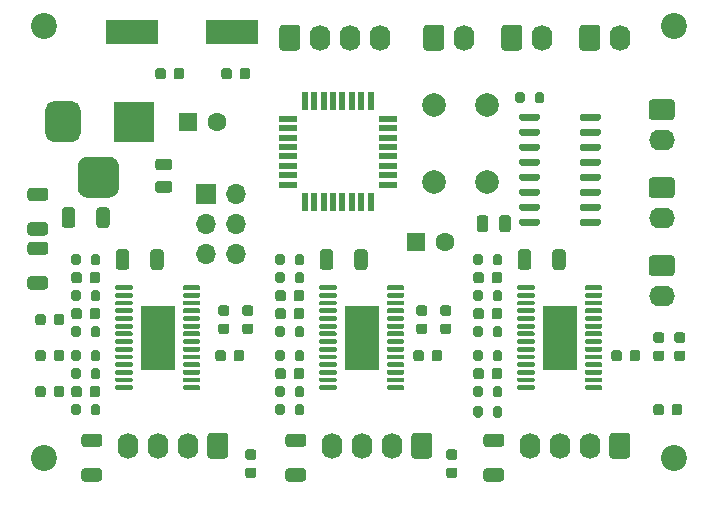
<source format=gbr>
%TF.GenerationSoftware,KiCad,Pcbnew,5.1.9+dfsg1-1*%
%TF.CreationDate,2021-12-01T21:23:14+01:00*%
%TF.ProjectId,stepper_board,73746570-7065-4725-9f62-6f6172642e6b,rev?*%
%TF.SameCoordinates,Original*%
%TF.FileFunction,Soldermask,Top*%
%TF.FilePolarity,Negative*%
%FSLAX46Y46*%
G04 Gerber Fmt 4.6, Leading zero omitted, Abs format (unit mm)*
G04 Created by KiCad (PCBNEW 5.1.9+dfsg1-1) date 2021-12-01 21:23:14*
%MOMM*%
%LPD*%
G01*
G04 APERTURE LIST*
%ADD10C,2.200000*%
%ADD11R,1.600000X1.600000*%
%ADD12C,1.600000*%
%ADD13O,1.740000X2.190000*%
%ADD14O,2.190000X1.740000*%
%ADD15R,1.700000X1.700000*%
%ADD16O,1.700000X1.700000*%
%ADD17C,2.000000*%
%ADD18R,1.600000X0.550000*%
%ADD19R,0.550000X1.600000*%
%ADD20R,2.850000X5.400000*%
%ADD21R,4.500000X2.000000*%
%ADD22R,3.500000X3.500000*%
G04 APERTURE END LIST*
%TO.C,C11*%
G36*
G01*
X128782000Y-84907000D02*
X129282000Y-84907000D01*
G75*
G02*
X129507000Y-85132000I0J-225000D01*
G01*
X129507000Y-85582000D01*
G75*
G02*
X129282000Y-85807000I-225000J0D01*
G01*
X128782000Y-85807000D01*
G75*
G02*
X128557000Y-85582000I0J225000D01*
G01*
X128557000Y-85132000D01*
G75*
G02*
X128782000Y-84907000I225000J0D01*
G01*
G37*
G36*
G01*
X128782000Y-83357000D02*
X129282000Y-83357000D01*
G75*
G02*
X129507000Y-83582000I0J-225000D01*
G01*
X129507000Y-84032000D01*
G75*
G02*
X129282000Y-84257000I-225000J0D01*
G01*
X128782000Y-84257000D01*
G75*
G02*
X128557000Y-84032000I0J225000D01*
G01*
X128557000Y-83582000D01*
G75*
G02*
X128782000Y-83357000I225000J0D01*
G01*
G37*
%TD*%
D10*
%TO.C,REF\u002A\u002A*%
X75184000Y-57404000D03*
%TD*%
%TO.C,REF\u002A\u002A*%
X128524000Y-57404000D03*
%TD*%
%TO.C,REF\u002A\u002A*%
X75184000Y-93980000D03*
%TD*%
%TO.C,REF\u002A\u002A*%
X128524000Y-93980000D03*
%TD*%
%TO.C,R34*%
G36*
G01*
X79965000Y-85069000D02*
X79965000Y-85619000D01*
G75*
G02*
X79765000Y-85819000I-200000J0D01*
G01*
X79365000Y-85819000D01*
G75*
G02*
X79165000Y-85619000I0J200000D01*
G01*
X79165000Y-85069000D01*
G75*
G02*
X79365000Y-84869000I200000J0D01*
G01*
X79765000Y-84869000D01*
G75*
G02*
X79965000Y-85069000I0J-200000D01*
G01*
G37*
G36*
G01*
X78315000Y-85069000D02*
X78315000Y-85619000D01*
G75*
G02*
X78115000Y-85819000I-200000J0D01*
G01*
X77715000Y-85819000D01*
G75*
G02*
X77515000Y-85619000I0J200000D01*
G01*
X77515000Y-85069000D01*
G75*
G02*
X77715000Y-84869000I200000J0D01*
G01*
X78115000Y-84869000D01*
G75*
G02*
X78315000Y-85069000I0J-200000D01*
G01*
G37*
%TD*%
%TO.C,R2*%
G36*
G01*
X94787000Y-77491000D02*
X94787000Y-76941000D01*
G75*
G02*
X94987000Y-76741000I200000J0D01*
G01*
X95387000Y-76741000D01*
G75*
G02*
X95587000Y-76941000I0J-200000D01*
G01*
X95587000Y-77491000D01*
G75*
G02*
X95387000Y-77691000I-200000J0D01*
G01*
X94987000Y-77691000D01*
G75*
G02*
X94787000Y-77491000I0J200000D01*
G01*
G37*
G36*
G01*
X96437000Y-77491000D02*
X96437000Y-76941000D01*
G75*
G02*
X96637000Y-76741000I200000J0D01*
G01*
X97037000Y-76741000D01*
G75*
G02*
X97237000Y-76941000I0J-200000D01*
G01*
X97237000Y-77491000D01*
G75*
G02*
X97037000Y-77691000I-200000J0D01*
G01*
X96637000Y-77691000D01*
G75*
G02*
X96437000Y-77491000I0J200000D01*
G01*
G37*
%TD*%
%TO.C,C1*%
G36*
G01*
X95687000Y-80014000D02*
X95687000Y-80514000D01*
G75*
G02*
X95462000Y-80739000I-225000J0D01*
G01*
X95012000Y-80739000D01*
G75*
G02*
X94787000Y-80514000I0J225000D01*
G01*
X94787000Y-80014000D01*
G75*
G02*
X95012000Y-79789000I225000J0D01*
G01*
X95462000Y-79789000D01*
G75*
G02*
X95687000Y-80014000I0J-225000D01*
G01*
G37*
G36*
G01*
X97237000Y-80014000D02*
X97237000Y-80514000D01*
G75*
G02*
X97012000Y-80739000I-225000J0D01*
G01*
X96562000Y-80739000D01*
G75*
G02*
X96337000Y-80514000I0J225000D01*
G01*
X96337000Y-80014000D01*
G75*
G02*
X96562000Y-79789000I225000J0D01*
G01*
X97012000Y-79789000D01*
G75*
G02*
X97237000Y-80014000I0J-225000D01*
G01*
G37*
%TD*%
%TO.C,C2*%
G36*
G01*
X95687000Y-81538000D02*
X95687000Y-82038000D01*
G75*
G02*
X95462000Y-82263000I-225000J0D01*
G01*
X95012000Y-82263000D01*
G75*
G02*
X94787000Y-82038000I0J225000D01*
G01*
X94787000Y-81538000D01*
G75*
G02*
X95012000Y-81313000I225000J0D01*
G01*
X95462000Y-81313000D01*
G75*
G02*
X95687000Y-81538000I0J-225000D01*
G01*
G37*
G36*
G01*
X97237000Y-81538000D02*
X97237000Y-82038000D01*
G75*
G02*
X97012000Y-82263000I-225000J0D01*
G01*
X96562000Y-82263000D01*
G75*
G02*
X96337000Y-82038000I0J225000D01*
G01*
X96337000Y-81538000D01*
G75*
G02*
X96562000Y-81313000I225000J0D01*
G01*
X97012000Y-81313000D01*
G75*
G02*
X97237000Y-81538000I0J-225000D01*
G01*
G37*
%TD*%
%TO.C,C3*%
G36*
G01*
X95687000Y-86618000D02*
X95687000Y-87118000D01*
G75*
G02*
X95462000Y-87343000I-225000J0D01*
G01*
X95012000Y-87343000D01*
G75*
G02*
X94787000Y-87118000I0J225000D01*
G01*
X94787000Y-86618000D01*
G75*
G02*
X95012000Y-86393000I225000J0D01*
G01*
X95462000Y-86393000D01*
G75*
G02*
X95687000Y-86618000I0J-225000D01*
G01*
G37*
G36*
G01*
X97237000Y-86618000D02*
X97237000Y-87118000D01*
G75*
G02*
X97012000Y-87343000I-225000J0D01*
G01*
X96562000Y-87343000D01*
G75*
G02*
X96337000Y-87118000I0J225000D01*
G01*
X96337000Y-86618000D01*
G75*
G02*
X96562000Y-86393000I225000J0D01*
G01*
X97012000Y-86393000D01*
G75*
G02*
X97237000Y-86618000I0J-225000D01*
G01*
G37*
%TD*%
%TO.C,C4*%
G36*
G01*
X107438000Y-81971000D02*
X106938000Y-81971000D01*
G75*
G02*
X106713000Y-81746000I0J225000D01*
G01*
X106713000Y-81296000D01*
G75*
G02*
X106938000Y-81071000I225000J0D01*
G01*
X107438000Y-81071000D01*
G75*
G02*
X107663000Y-81296000I0J-225000D01*
G01*
X107663000Y-81746000D01*
G75*
G02*
X107438000Y-81971000I-225000J0D01*
G01*
G37*
G36*
G01*
X107438000Y-83521000D02*
X106938000Y-83521000D01*
G75*
G02*
X106713000Y-83296000I0J225000D01*
G01*
X106713000Y-82846000D01*
G75*
G02*
X106938000Y-82621000I225000J0D01*
G01*
X107438000Y-82621000D01*
G75*
G02*
X107663000Y-82846000I0J-225000D01*
G01*
X107663000Y-83296000D01*
G75*
G02*
X107438000Y-83521000I-225000J0D01*
G01*
G37*
%TD*%
%TO.C,C5*%
G36*
G01*
X108970000Y-82621000D02*
X109470000Y-82621000D01*
G75*
G02*
X109695000Y-82846000I0J-225000D01*
G01*
X109695000Y-83296000D01*
G75*
G02*
X109470000Y-83521000I-225000J0D01*
G01*
X108970000Y-83521000D01*
G75*
G02*
X108745000Y-83296000I0J225000D01*
G01*
X108745000Y-82846000D01*
G75*
G02*
X108970000Y-82621000I225000J0D01*
G01*
G37*
G36*
G01*
X108970000Y-81071000D02*
X109470000Y-81071000D01*
G75*
G02*
X109695000Y-81296000I0J-225000D01*
G01*
X109695000Y-81746000D01*
G75*
G02*
X109470000Y-81971000I-225000J0D01*
G01*
X108970000Y-81971000D01*
G75*
G02*
X108745000Y-81746000I0J225000D01*
G01*
X108745000Y-81296000D01*
G75*
G02*
X108970000Y-81071000I225000J0D01*
G01*
G37*
%TD*%
%TO.C,C6*%
G36*
G01*
X108921000Y-85094000D02*
X108921000Y-85594000D01*
G75*
G02*
X108696000Y-85819000I-225000J0D01*
G01*
X108246000Y-85819000D01*
G75*
G02*
X108021000Y-85594000I0J225000D01*
G01*
X108021000Y-85094000D01*
G75*
G02*
X108246000Y-84869000I225000J0D01*
G01*
X108696000Y-84869000D01*
G75*
G02*
X108921000Y-85094000I0J-225000D01*
G01*
G37*
G36*
G01*
X107371000Y-85094000D02*
X107371000Y-85594000D01*
G75*
G02*
X107146000Y-85819000I-225000J0D01*
G01*
X106696000Y-85819000D01*
G75*
G02*
X106471000Y-85594000I0J225000D01*
G01*
X106471000Y-85094000D01*
G75*
G02*
X106696000Y-84869000I225000J0D01*
G01*
X107146000Y-84869000D01*
G75*
G02*
X107371000Y-85094000I0J-225000D01*
G01*
G37*
%TD*%
%TO.C,C7*%
G36*
G01*
X114001000Y-78490000D02*
X114001000Y-78990000D01*
G75*
G02*
X113776000Y-79215000I-225000J0D01*
G01*
X113326000Y-79215000D01*
G75*
G02*
X113101000Y-78990000I0J225000D01*
G01*
X113101000Y-78490000D01*
G75*
G02*
X113326000Y-78265000I225000J0D01*
G01*
X113776000Y-78265000D01*
G75*
G02*
X114001000Y-78490000I0J-225000D01*
G01*
G37*
G36*
G01*
X112451000Y-78490000D02*
X112451000Y-78990000D01*
G75*
G02*
X112226000Y-79215000I-225000J0D01*
G01*
X111776000Y-79215000D01*
G75*
G02*
X111551000Y-78990000I0J225000D01*
G01*
X111551000Y-78490000D01*
G75*
G02*
X111776000Y-78265000I225000J0D01*
G01*
X112226000Y-78265000D01*
G75*
G02*
X112451000Y-78490000I0J-225000D01*
G01*
G37*
%TD*%
%TO.C,C8*%
G36*
G01*
X112451000Y-81538000D02*
X112451000Y-82038000D01*
G75*
G02*
X112226000Y-82263000I-225000J0D01*
G01*
X111776000Y-82263000D01*
G75*
G02*
X111551000Y-82038000I0J225000D01*
G01*
X111551000Y-81538000D01*
G75*
G02*
X111776000Y-81313000I225000J0D01*
G01*
X112226000Y-81313000D01*
G75*
G02*
X112451000Y-81538000I0J-225000D01*
G01*
G37*
G36*
G01*
X114001000Y-81538000D02*
X114001000Y-82038000D01*
G75*
G02*
X113776000Y-82263000I-225000J0D01*
G01*
X113326000Y-82263000D01*
G75*
G02*
X113101000Y-82038000I0J225000D01*
G01*
X113101000Y-81538000D01*
G75*
G02*
X113326000Y-81313000I225000J0D01*
G01*
X113776000Y-81313000D01*
G75*
G02*
X114001000Y-81538000I0J-225000D01*
G01*
G37*
%TD*%
%TO.C,C9*%
G36*
G01*
X112451000Y-86618000D02*
X112451000Y-87118000D01*
G75*
G02*
X112226000Y-87343000I-225000J0D01*
G01*
X111776000Y-87343000D01*
G75*
G02*
X111551000Y-87118000I0J225000D01*
G01*
X111551000Y-86618000D01*
G75*
G02*
X111776000Y-86393000I225000J0D01*
G01*
X112226000Y-86393000D01*
G75*
G02*
X112451000Y-86618000I0J-225000D01*
G01*
G37*
G36*
G01*
X114001000Y-86618000D02*
X114001000Y-87118000D01*
G75*
G02*
X113776000Y-87343000I-225000J0D01*
G01*
X113326000Y-87343000D01*
G75*
G02*
X113101000Y-87118000I0J225000D01*
G01*
X113101000Y-86618000D01*
G75*
G02*
X113326000Y-86393000I225000J0D01*
G01*
X113776000Y-86393000D01*
G75*
G02*
X114001000Y-86618000I0J-225000D01*
G01*
G37*
%TD*%
%TO.C,C10*%
G36*
G01*
X127504000Y-85807000D02*
X127004000Y-85807000D01*
G75*
G02*
X126779000Y-85582000I0J225000D01*
G01*
X126779000Y-85132000D01*
G75*
G02*
X127004000Y-84907000I225000J0D01*
G01*
X127504000Y-84907000D01*
G75*
G02*
X127729000Y-85132000I0J-225000D01*
G01*
X127729000Y-85582000D01*
G75*
G02*
X127504000Y-85807000I-225000J0D01*
G01*
G37*
G36*
G01*
X127504000Y-84257000D02*
X127004000Y-84257000D01*
G75*
G02*
X126779000Y-84032000I0J225000D01*
G01*
X126779000Y-83582000D01*
G75*
G02*
X127004000Y-83357000I225000J0D01*
G01*
X127504000Y-83357000D01*
G75*
G02*
X127729000Y-83582000I0J-225000D01*
G01*
X127729000Y-84032000D01*
G75*
G02*
X127504000Y-84257000I-225000J0D01*
G01*
G37*
%TD*%
%TO.C,C12*%
G36*
G01*
X125685000Y-85094000D02*
X125685000Y-85594000D01*
G75*
G02*
X125460000Y-85819000I-225000J0D01*
G01*
X125010000Y-85819000D01*
G75*
G02*
X124785000Y-85594000I0J225000D01*
G01*
X124785000Y-85094000D01*
G75*
G02*
X125010000Y-84869000I225000J0D01*
G01*
X125460000Y-84869000D01*
G75*
G02*
X125685000Y-85094000I0J-225000D01*
G01*
G37*
G36*
G01*
X124135000Y-85094000D02*
X124135000Y-85594000D01*
G75*
G02*
X123910000Y-85819000I-225000J0D01*
G01*
X123460000Y-85819000D01*
G75*
G02*
X123235000Y-85594000I0J225000D01*
G01*
X123235000Y-85094000D01*
G75*
G02*
X123460000Y-84869000I225000J0D01*
G01*
X123910000Y-84869000D01*
G75*
G02*
X124135000Y-85094000I0J-225000D01*
G01*
G37*
%TD*%
D11*
%TO.C,C14*%
X106680000Y-75692000D03*
D12*
X109180000Y-75692000D03*
%TD*%
%TO.C,C16*%
G36*
G01*
X111834000Y-74643000D02*
X111834000Y-73693000D01*
G75*
G02*
X112084000Y-73443000I250000J0D01*
G01*
X112584000Y-73443000D01*
G75*
G02*
X112834000Y-73693000I0J-250000D01*
G01*
X112834000Y-74643000D01*
G75*
G02*
X112584000Y-74893000I-250000J0D01*
G01*
X112084000Y-74893000D01*
G75*
G02*
X111834000Y-74643000I0J250000D01*
G01*
G37*
G36*
G01*
X113734000Y-74643000D02*
X113734000Y-73693000D01*
G75*
G02*
X113984000Y-73443000I250000J0D01*
G01*
X114484000Y-73443000D01*
G75*
G02*
X114734000Y-73693000I0J-250000D01*
G01*
X114734000Y-74643000D01*
G75*
G02*
X114484000Y-74893000I-250000J0D01*
G01*
X113984000Y-74893000D01*
G75*
G02*
X113734000Y-74643000I0J250000D01*
G01*
G37*
%TD*%
%TO.C,C18*%
X89876000Y-65532000D03*
D11*
X87376000Y-65532000D03*
%TD*%
%TO.C,C19*%
G36*
G01*
X84869000Y-70554000D02*
X85819000Y-70554000D01*
G75*
G02*
X86069000Y-70804000I0J-250000D01*
G01*
X86069000Y-71304000D01*
G75*
G02*
X85819000Y-71554000I-250000J0D01*
G01*
X84869000Y-71554000D01*
G75*
G02*
X84619000Y-71304000I0J250000D01*
G01*
X84619000Y-70804000D01*
G75*
G02*
X84869000Y-70554000I250000J0D01*
G01*
G37*
G36*
G01*
X84869000Y-68654000D02*
X85819000Y-68654000D01*
G75*
G02*
X86069000Y-68904000I0J-250000D01*
G01*
X86069000Y-69404000D01*
G75*
G02*
X85819000Y-69654000I-250000J0D01*
G01*
X84869000Y-69654000D01*
G75*
G02*
X84619000Y-69404000I0J250000D01*
G01*
X84619000Y-68904000D01*
G75*
G02*
X84869000Y-68654000I250000J0D01*
G01*
G37*
%TD*%
%TO.C,C20*%
G36*
G01*
X91115000Y-61218000D02*
X91115000Y-61718000D01*
G75*
G02*
X90890000Y-61943000I-225000J0D01*
G01*
X90440000Y-61943000D01*
G75*
G02*
X90215000Y-61718000I0J225000D01*
G01*
X90215000Y-61218000D01*
G75*
G02*
X90440000Y-60993000I225000J0D01*
G01*
X90890000Y-60993000D01*
G75*
G02*
X91115000Y-61218000I0J-225000D01*
G01*
G37*
G36*
G01*
X92665000Y-61218000D02*
X92665000Y-61718000D01*
G75*
G02*
X92440000Y-61943000I-225000J0D01*
G01*
X91990000Y-61943000D01*
G75*
G02*
X91765000Y-61718000I0J225000D01*
G01*
X91765000Y-61218000D01*
G75*
G02*
X91990000Y-60993000I225000J0D01*
G01*
X92440000Y-60993000D01*
G75*
G02*
X92665000Y-61218000I0J-225000D01*
G01*
G37*
%TD*%
%TO.C,C24*%
G36*
G01*
X84627000Y-61718000D02*
X84627000Y-61218000D01*
G75*
G02*
X84852000Y-60993000I225000J0D01*
G01*
X85302000Y-60993000D01*
G75*
G02*
X85527000Y-61218000I0J-225000D01*
G01*
X85527000Y-61718000D01*
G75*
G02*
X85302000Y-61943000I-225000J0D01*
G01*
X84852000Y-61943000D01*
G75*
G02*
X84627000Y-61718000I0J225000D01*
G01*
G37*
G36*
G01*
X86177000Y-61718000D02*
X86177000Y-61218000D01*
G75*
G02*
X86402000Y-60993000I225000J0D01*
G01*
X86852000Y-60993000D01*
G75*
G02*
X87077000Y-61218000I0J-225000D01*
G01*
X87077000Y-61718000D01*
G75*
G02*
X86852000Y-61943000I-225000J0D01*
G01*
X86402000Y-61943000D01*
G75*
G02*
X86177000Y-61718000I0J225000D01*
G01*
G37*
%TD*%
%TO.C,C25*%
G36*
G01*
X79965000Y-78490000D02*
X79965000Y-78990000D01*
G75*
G02*
X79740000Y-79215000I-225000J0D01*
G01*
X79290000Y-79215000D01*
G75*
G02*
X79065000Y-78990000I0J225000D01*
G01*
X79065000Y-78490000D01*
G75*
G02*
X79290000Y-78265000I225000J0D01*
G01*
X79740000Y-78265000D01*
G75*
G02*
X79965000Y-78490000I0J-225000D01*
G01*
G37*
G36*
G01*
X78415000Y-78490000D02*
X78415000Y-78990000D01*
G75*
G02*
X78190000Y-79215000I-225000J0D01*
G01*
X77740000Y-79215000D01*
G75*
G02*
X77515000Y-78990000I0J225000D01*
G01*
X77515000Y-78490000D01*
G75*
G02*
X77740000Y-78265000I225000J0D01*
G01*
X78190000Y-78265000D01*
G75*
G02*
X78415000Y-78490000I0J-225000D01*
G01*
G37*
%TD*%
%TO.C,C26*%
G36*
G01*
X78415000Y-81538000D02*
X78415000Y-82038000D01*
G75*
G02*
X78190000Y-82263000I-225000J0D01*
G01*
X77740000Y-82263000D01*
G75*
G02*
X77515000Y-82038000I0J225000D01*
G01*
X77515000Y-81538000D01*
G75*
G02*
X77740000Y-81313000I225000J0D01*
G01*
X78190000Y-81313000D01*
G75*
G02*
X78415000Y-81538000I0J-225000D01*
G01*
G37*
G36*
G01*
X79965000Y-81538000D02*
X79965000Y-82038000D01*
G75*
G02*
X79740000Y-82263000I-225000J0D01*
G01*
X79290000Y-82263000D01*
G75*
G02*
X79065000Y-82038000I0J225000D01*
G01*
X79065000Y-81538000D01*
G75*
G02*
X79290000Y-81313000I225000J0D01*
G01*
X79740000Y-81313000D01*
G75*
G02*
X79965000Y-81538000I0J-225000D01*
G01*
G37*
%TD*%
%TO.C,C27*%
G36*
G01*
X79965000Y-88142000D02*
X79965000Y-88642000D01*
G75*
G02*
X79740000Y-88867000I-225000J0D01*
G01*
X79290000Y-88867000D01*
G75*
G02*
X79065000Y-88642000I0J225000D01*
G01*
X79065000Y-88142000D01*
G75*
G02*
X79290000Y-87917000I225000J0D01*
G01*
X79740000Y-87917000D01*
G75*
G02*
X79965000Y-88142000I0J-225000D01*
G01*
G37*
G36*
G01*
X78415000Y-88142000D02*
X78415000Y-88642000D01*
G75*
G02*
X78190000Y-88867000I-225000J0D01*
G01*
X77740000Y-88867000D01*
G75*
G02*
X77515000Y-88642000I0J225000D01*
G01*
X77515000Y-88142000D01*
G75*
G02*
X77740000Y-87917000I225000J0D01*
G01*
X78190000Y-87917000D01*
G75*
G02*
X78415000Y-88142000I0J-225000D01*
G01*
G37*
%TD*%
%TO.C,C28*%
G36*
G01*
X90674000Y-83521000D02*
X90174000Y-83521000D01*
G75*
G02*
X89949000Y-83296000I0J225000D01*
G01*
X89949000Y-82846000D01*
G75*
G02*
X90174000Y-82621000I225000J0D01*
G01*
X90674000Y-82621000D01*
G75*
G02*
X90899000Y-82846000I0J-225000D01*
G01*
X90899000Y-83296000D01*
G75*
G02*
X90674000Y-83521000I-225000J0D01*
G01*
G37*
G36*
G01*
X90674000Y-81971000D02*
X90174000Y-81971000D01*
G75*
G02*
X89949000Y-81746000I0J225000D01*
G01*
X89949000Y-81296000D01*
G75*
G02*
X90174000Y-81071000I225000J0D01*
G01*
X90674000Y-81071000D01*
G75*
G02*
X90899000Y-81296000I0J-225000D01*
G01*
X90899000Y-81746000D01*
G75*
G02*
X90674000Y-81971000I-225000J0D01*
G01*
G37*
%TD*%
%TO.C,C29*%
G36*
G01*
X92206000Y-81071000D02*
X92706000Y-81071000D01*
G75*
G02*
X92931000Y-81296000I0J-225000D01*
G01*
X92931000Y-81746000D01*
G75*
G02*
X92706000Y-81971000I-225000J0D01*
G01*
X92206000Y-81971000D01*
G75*
G02*
X91981000Y-81746000I0J225000D01*
G01*
X91981000Y-81296000D01*
G75*
G02*
X92206000Y-81071000I225000J0D01*
G01*
G37*
G36*
G01*
X92206000Y-82621000D02*
X92706000Y-82621000D01*
G75*
G02*
X92931000Y-82846000I0J-225000D01*
G01*
X92931000Y-83296000D01*
G75*
G02*
X92706000Y-83521000I-225000J0D01*
G01*
X92206000Y-83521000D01*
G75*
G02*
X91981000Y-83296000I0J225000D01*
G01*
X91981000Y-82846000D01*
G75*
G02*
X92206000Y-82621000I225000J0D01*
G01*
G37*
%TD*%
%TO.C,C30*%
G36*
G01*
X92157000Y-85094000D02*
X92157000Y-85594000D01*
G75*
G02*
X91932000Y-85819000I-225000J0D01*
G01*
X91482000Y-85819000D01*
G75*
G02*
X91257000Y-85594000I0J225000D01*
G01*
X91257000Y-85094000D01*
G75*
G02*
X91482000Y-84869000I225000J0D01*
G01*
X91932000Y-84869000D01*
G75*
G02*
X92157000Y-85094000I0J-225000D01*
G01*
G37*
G36*
G01*
X90607000Y-85094000D02*
X90607000Y-85594000D01*
G75*
G02*
X90382000Y-85819000I-225000J0D01*
G01*
X89932000Y-85819000D01*
G75*
G02*
X89707000Y-85594000I0J225000D01*
G01*
X89707000Y-85094000D01*
G75*
G02*
X89932000Y-84869000I225000J0D01*
G01*
X90382000Y-84869000D01*
G75*
G02*
X90607000Y-85094000I0J-225000D01*
G01*
G37*
%TD*%
%TO.C,ST*%
G36*
G01*
X76917000Y-82039750D02*
X76917000Y-82552250D01*
G75*
G02*
X76698250Y-82771000I-218750J0D01*
G01*
X76260750Y-82771000D01*
G75*
G02*
X76042000Y-82552250I0J218750D01*
G01*
X76042000Y-82039750D01*
G75*
G02*
X76260750Y-81821000I218750J0D01*
G01*
X76698250Y-81821000D01*
G75*
G02*
X76917000Y-82039750I0J-218750D01*
G01*
G37*
G36*
G01*
X75342000Y-82039750D02*
X75342000Y-82552250D01*
G75*
G02*
X75123250Y-82771000I-218750J0D01*
G01*
X74685750Y-82771000D01*
G75*
G02*
X74467000Y-82552250I0J218750D01*
G01*
X74467000Y-82039750D01*
G75*
G02*
X74685750Y-81821000I218750J0D01*
G01*
X75123250Y-81821000D01*
G75*
G02*
X75342000Y-82039750I0J-218750D01*
G01*
G37*
%TD*%
%TO.C,5V*%
G36*
G01*
X75342000Y-85087750D02*
X75342000Y-85600250D01*
G75*
G02*
X75123250Y-85819000I-218750J0D01*
G01*
X74685750Y-85819000D01*
G75*
G02*
X74467000Y-85600250I0J218750D01*
G01*
X74467000Y-85087750D01*
G75*
G02*
X74685750Y-84869000I218750J0D01*
G01*
X75123250Y-84869000D01*
G75*
G02*
X75342000Y-85087750I0J-218750D01*
G01*
G37*
G36*
G01*
X76917000Y-85087750D02*
X76917000Y-85600250D01*
G75*
G02*
X76698250Y-85819000I-218750J0D01*
G01*
X76260750Y-85819000D01*
G75*
G02*
X76042000Y-85600250I0J218750D01*
G01*
X76042000Y-85087750D01*
G75*
G02*
X76260750Y-84869000I218750J0D01*
G01*
X76698250Y-84869000D01*
G75*
G02*
X76917000Y-85087750I0J-218750D01*
G01*
G37*
%TD*%
%TO.C,12V*%
G36*
G01*
X76917000Y-88135750D02*
X76917000Y-88648250D01*
G75*
G02*
X76698250Y-88867000I-218750J0D01*
G01*
X76260750Y-88867000D01*
G75*
G02*
X76042000Y-88648250I0J218750D01*
G01*
X76042000Y-88135750D01*
G75*
G02*
X76260750Y-87917000I218750J0D01*
G01*
X76698250Y-87917000D01*
G75*
G02*
X76917000Y-88135750I0J-218750D01*
G01*
G37*
G36*
G01*
X75342000Y-88135750D02*
X75342000Y-88648250D01*
G75*
G02*
X75123250Y-88867000I-218750J0D01*
G01*
X74685750Y-88867000D01*
G75*
G02*
X74467000Y-88648250I0J218750D01*
G01*
X74467000Y-88135750D01*
G75*
G02*
X74685750Y-87917000I218750J0D01*
G01*
X75123250Y-87917000D01*
G75*
G02*
X75342000Y-88135750I0J-218750D01*
G01*
G37*
%TD*%
%TO.C,St.1*%
G36*
G01*
X108058000Y-92118999D02*
X108058000Y-93809001D01*
G75*
G02*
X107808001Y-94059000I-249999J0D01*
G01*
X106567999Y-94059000D01*
G75*
G02*
X106318000Y-93809001I0J249999D01*
G01*
X106318000Y-92118999D01*
G75*
G02*
X106567999Y-91869000I249999J0D01*
G01*
X107808001Y-91869000D01*
G75*
G02*
X108058000Y-92118999I0J-249999D01*
G01*
G37*
D13*
X104648000Y-92964000D03*
X102108000Y-92964000D03*
X99568000Y-92964000D03*
%TD*%
%TO.C,St.2*%
X116332000Y-92964000D03*
X118872000Y-92964000D03*
X121412000Y-92964000D03*
G36*
G01*
X124822000Y-92118999D02*
X124822000Y-93809001D01*
G75*
G02*
X124572001Y-94059000I-249999J0D01*
G01*
X123331999Y-94059000D01*
G75*
G02*
X123082000Y-93809001I0J249999D01*
G01*
X123082000Y-92118999D01*
G75*
G02*
X123331999Y-91869000I249999J0D01*
G01*
X124572001Y-91869000D01*
G75*
G02*
X124822000Y-92118999I0J-249999D01*
G01*
G37*
%TD*%
D14*
%TO.C,Pump 0*%
X127508000Y-67056000D03*
G36*
G01*
X126662999Y-63646000D02*
X128353001Y-63646000D01*
G75*
G02*
X128603000Y-63895999I0J-249999D01*
G01*
X128603000Y-65136001D01*
G75*
G02*
X128353001Y-65386000I-249999J0D01*
G01*
X126662999Y-65386000D01*
G75*
G02*
X126413000Y-65136001I0J249999D01*
G01*
X126413000Y-63895999D01*
G75*
G02*
X126662999Y-63646000I249999J0D01*
G01*
G37*
%TD*%
%TO.C,Pump 1*%
X127508000Y-73660000D03*
G36*
G01*
X126662999Y-70250000D02*
X128353001Y-70250000D01*
G75*
G02*
X128603000Y-70499999I0J-249999D01*
G01*
X128603000Y-71740001D01*
G75*
G02*
X128353001Y-71990000I-249999J0D01*
G01*
X126662999Y-71990000D01*
G75*
G02*
X126413000Y-71740001I0J249999D01*
G01*
X126413000Y-70499999D01*
G75*
G02*
X126662999Y-70250000I249999J0D01*
G01*
G37*
%TD*%
%TO.C,Pump 2*%
X127508000Y-80264000D03*
G36*
G01*
X126662999Y-76854000D02*
X128353001Y-76854000D01*
G75*
G02*
X128603000Y-77103999I0J-249999D01*
G01*
X128603000Y-78344001D01*
G75*
G02*
X128353001Y-78594000I-249999J0D01*
G01*
X126662999Y-78594000D01*
G75*
G02*
X126413000Y-78344001I0J249999D01*
G01*
X126413000Y-77103999D01*
G75*
G02*
X126662999Y-76854000I249999J0D01*
G01*
G37*
%TD*%
%TO.C,Home 0*%
G36*
G01*
X107334000Y-59265001D02*
X107334000Y-57574999D01*
G75*
G02*
X107583999Y-57325000I249999J0D01*
G01*
X108824001Y-57325000D01*
G75*
G02*
X109074000Y-57574999I0J-249999D01*
G01*
X109074000Y-59265001D01*
G75*
G02*
X108824001Y-59515000I-249999J0D01*
G01*
X107583999Y-59515000D01*
G75*
G02*
X107334000Y-59265001I0J249999D01*
G01*
G37*
D13*
X110744000Y-58420000D03*
%TD*%
%TO.C,Home 1*%
G36*
G01*
X113938000Y-59265001D02*
X113938000Y-57574999D01*
G75*
G02*
X114187999Y-57325000I249999J0D01*
G01*
X115428001Y-57325000D01*
G75*
G02*
X115678000Y-57574999I0J-249999D01*
G01*
X115678000Y-59265001D01*
G75*
G02*
X115428001Y-59515000I-249999J0D01*
G01*
X114187999Y-59515000D01*
G75*
G02*
X113938000Y-59265001I0J249999D01*
G01*
G37*
X117348000Y-58420000D03*
%TD*%
%TO.C,Home 2*%
G36*
G01*
X120542000Y-59265001D02*
X120542000Y-57574999D01*
G75*
G02*
X120791999Y-57325000I249999J0D01*
G01*
X122032001Y-57325000D01*
G75*
G02*
X122282000Y-57574999I0J-249999D01*
G01*
X122282000Y-59265001D01*
G75*
G02*
X122032001Y-59515000I-249999J0D01*
G01*
X120791999Y-59515000D01*
G75*
G02*
X120542000Y-59265001I0J249999D01*
G01*
G37*
X123952000Y-58420000D03*
%TD*%
%TO.C,I2C*%
G36*
G01*
X95142000Y-59265001D02*
X95142000Y-57574999D01*
G75*
G02*
X95391999Y-57325000I249999J0D01*
G01*
X96632001Y-57325000D01*
G75*
G02*
X96882000Y-57574999I0J-249999D01*
G01*
X96882000Y-59265001D01*
G75*
G02*
X96632001Y-59515000I-249999J0D01*
G01*
X95391999Y-59515000D01*
G75*
G02*
X95142000Y-59265001I0J249999D01*
G01*
G37*
X98552000Y-58420000D03*
X101092000Y-58420000D03*
X103632000Y-58420000D03*
%TD*%
D15*
%TO.C,ISP*%
X88900000Y-71628000D03*
D16*
X91440000Y-71628000D03*
X88900000Y-74168000D03*
X91440000Y-74168000D03*
X88900000Y-76708000D03*
X91440000Y-76708000D03*
%TD*%
D13*
%TO.C,St.0*%
X82296000Y-92964000D03*
X84836000Y-92964000D03*
X87376000Y-92964000D03*
G36*
G01*
X90786000Y-92118999D02*
X90786000Y-93809001D01*
G75*
G02*
X90536001Y-94059000I-249999J0D01*
G01*
X89295999Y-94059000D01*
G75*
G02*
X89046000Y-93809001I0J249999D01*
G01*
X89046000Y-92118999D01*
G75*
G02*
X89295999Y-91869000I249999J0D01*
G01*
X90536001Y-91869000D01*
G75*
G02*
X90786000Y-92118999I0J-249999D01*
G01*
G37*
%TD*%
%TO.C,R1*%
G36*
G01*
X97237000Y-83037000D02*
X97237000Y-83587000D01*
G75*
G02*
X97037000Y-83787000I-200000J0D01*
G01*
X96637000Y-83787000D01*
G75*
G02*
X96437000Y-83587000I0J200000D01*
G01*
X96437000Y-83037000D01*
G75*
G02*
X96637000Y-82837000I200000J0D01*
G01*
X97037000Y-82837000D01*
G75*
G02*
X97237000Y-83037000I0J-200000D01*
G01*
G37*
G36*
G01*
X95587000Y-83037000D02*
X95587000Y-83587000D01*
G75*
G02*
X95387000Y-83787000I-200000J0D01*
G01*
X94987000Y-83787000D01*
G75*
G02*
X94787000Y-83587000I0J200000D01*
G01*
X94787000Y-83037000D01*
G75*
G02*
X94987000Y-82837000I200000J0D01*
G01*
X95387000Y-82837000D01*
G75*
G02*
X95587000Y-83037000I0J-200000D01*
G01*
G37*
%TD*%
%TO.C,R3*%
G36*
G01*
X95587000Y-78465000D02*
X95587000Y-79015000D01*
G75*
G02*
X95387000Y-79215000I-200000J0D01*
G01*
X94987000Y-79215000D01*
G75*
G02*
X94787000Y-79015000I0J200000D01*
G01*
X94787000Y-78465000D01*
G75*
G02*
X94987000Y-78265000I200000J0D01*
G01*
X95387000Y-78265000D01*
G75*
G02*
X95587000Y-78465000I0J-200000D01*
G01*
G37*
G36*
G01*
X97237000Y-78465000D02*
X97237000Y-79015000D01*
G75*
G02*
X97037000Y-79215000I-200000J0D01*
G01*
X96637000Y-79215000D01*
G75*
G02*
X96437000Y-79015000I0J200000D01*
G01*
X96437000Y-78465000D01*
G75*
G02*
X96637000Y-78265000I200000J0D01*
G01*
X97037000Y-78265000D01*
G75*
G02*
X97237000Y-78465000I0J-200000D01*
G01*
G37*
%TD*%
%TO.C,R4*%
G36*
G01*
X95587000Y-88117000D02*
X95587000Y-88667000D01*
G75*
G02*
X95387000Y-88867000I-200000J0D01*
G01*
X94987000Y-88867000D01*
G75*
G02*
X94787000Y-88667000I0J200000D01*
G01*
X94787000Y-88117000D01*
G75*
G02*
X94987000Y-87917000I200000J0D01*
G01*
X95387000Y-87917000D01*
G75*
G02*
X95587000Y-88117000I0J-200000D01*
G01*
G37*
G36*
G01*
X97237000Y-88117000D02*
X97237000Y-88667000D01*
G75*
G02*
X97037000Y-88867000I-200000J0D01*
G01*
X96637000Y-88867000D01*
G75*
G02*
X96437000Y-88667000I0J200000D01*
G01*
X96437000Y-88117000D01*
G75*
G02*
X96637000Y-87917000I200000J0D01*
G01*
X97037000Y-87917000D01*
G75*
G02*
X97237000Y-88117000I0J-200000D01*
G01*
G37*
%TD*%
%TO.C,R5*%
G36*
G01*
X95587000Y-89641000D02*
X95587000Y-90191000D01*
G75*
G02*
X95387000Y-90391000I-200000J0D01*
G01*
X94987000Y-90391000D01*
G75*
G02*
X94787000Y-90191000I0J200000D01*
G01*
X94787000Y-89641000D01*
G75*
G02*
X94987000Y-89441000I200000J0D01*
G01*
X95387000Y-89441000D01*
G75*
G02*
X95587000Y-89641000I0J-200000D01*
G01*
G37*
G36*
G01*
X97237000Y-89641000D02*
X97237000Y-90191000D01*
G75*
G02*
X97037000Y-90391000I-200000J0D01*
G01*
X96637000Y-90391000D01*
G75*
G02*
X96437000Y-90191000I0J200000D01*
G01*
X96437000Y-89641000D01*
G75*
G02*
X96637000Y-89441000I200000J0D01*
G01*
X97037000Y-89441000D01*
G75*
G02*
X97237000Y-89641000I0J-200000D01*
G01*
G37*
%TD*%
%TO.C,R6*%
G36*
G01*
X97237000Y-85069000D02*
X97237000Y-85619000D01*
G75*
G02*
X97037000Y-85819000I-200000J0D01*
G01*
X96637000Y-85819000D01*
G75*
G02*
X96437000Y-85619000I0J200000D01*
G01*
X96437000Y-85069000D01*
G75*
G02*
X96637000Y-84869000I200000J0D01*
G01*
X97037000Y-84869000D01*
G75*
G02*
X97237000Y-85069000I0J-200000D01*
G01*
G37*
G36*
G01*
X95587000Y-85069000D02*
X95587000Y-85619000D01*
G75*
G02*
X95387000Y-85819000I-200000J0D01*
G01*
X94987000Y-85819000D01*
G75*
G02*
X94787000Y-85619000I0J200000D01*
G01*
X94787000Y-85069000D01*
G75*
G02*
X94987000Y-84869000I200000J0D01*
G01*
X95387000Y-84869000D01*
G75*
G02*
X95587000Y-85069000I0J-200000D01*
G01*
G37*
%TD*%
%TO.C,R7*%
G36*
G01*
X101484000Y-77841001D02*
X101484000Y-76590999D01*
G75*
G02*
X101733999Y-76341000I249999J0D01*
G01*
X102359001Y-76341000D01*
G75*
G02*
X102609000Y-76590999I0J-249999D01*
G01*
X102609000Y-77841001D01*
G75*
G02*
X102359001Y-78091000I-249999J0D01*
G01*
X101733999Y-78091000D01*
G75*
G02*
X101484000Y-77841001I0J249999D01*
G01*
G37*
G36*
G01*
X98559000Y-77841001D02*
X98559000Y-76590999D01*
G75*
G02*
X98808999Y-76341000I249999J0D01*
G01*
X99434001Y-76341000D01*
G75*
G02*
X99684000Y-76590999I0J-249999D01*
G01*
X99684000Y-77841001D01*
G75*
G02*
X99434001Y-78091000I-249999J0D01*
G01*
X98808999Y-78091000D01*
G75*
G02*
X98559000Y-77841001I0J249999D01*
G01*
G37*
%TD*%
%TO.C,R8*%
G36*
G01*
X95894999Y-94880000D02*
X97145001Y-94880000D01*
G75*
G02*
X97395000Y-95129999I0J-249999D01*
G01*
X97395000Y-95755001D01*
G75*
G02*
X97145001Y-96005000I-249999J0D01*
G01*
X95894999Y-96005000D01*
G75*
G02*
X95645000Y-95755001I0J249999D01*
G01*
X95645000Y-95129999D01*
G75*
G02*
X95894999Y-94880000I249999J0D01*
G01*
G37*
G36*
G01*
X95894999Y-91955000D02*
X97145001Y-91955000D01*
G75*
G02*
X97395000Y-92204999I0J-249999D01*
G01*
X97395000Y-92830001D01*
G75*
G02*
X97145001Y-93080000I-249999J0D01*
G01*
X95894999Y-93080000D01*
G75*
G02*
X95645000Y-92830001I0J249999D01*
G01*
X95645000Y-92204999D01*
G75*
G02*
X95894999Y-91955000I249999J0D01*
G01*
G37*
%TD*%
%TO.C,R9*%
G36*
G01*
X112351000Y-83037000D02*
X112351000Y-83587000D01*
G75*
G02*
X112151000Y-83787000I-200000J0D01*
G01*
X111751000Y-83787000D01*
G75*
G02*
X111551000Y-83587000I0J200000D01*
G01*
X111551000Y-83037000D01*
G75*
G02*
X111751000Y-82837000I200000J0D01*
G01*
X112151000Y-82837000D01*
G75*
G02*
X112351000Y-83037000I0J-200000D01*
G01*
G37*
G36*
G01*
X114001000Y-83037000D02*
X114001000Y-83587000D01*
G75*
G02*
X113801000Y-83787000I-200000J0D01*
G01*
X113401000Y-83787000D01*
G75*
G02*
X113201000Y-83587000I0J200000D01*
G01*
X113201000Y-83037000D01*
G75*
G02*
X113401000Y-82837000I200000J0D01*
G01*
X113801000Y-82837000D01*
G75*
G02*
X114001000Y-83037000I0J-200000D01*
G01*
G37*
%TD*%
%TO.C,R10*%
G36*
G01*
X113201000Y-77491000D02*
X113201000Y-76941000D01*
G75*
G02*
X113401000Y-76741000I200000J0D01*
G01*
X113801000Y-76741000D01*
G75*
G02*
X114001000Y-76941000I0J-200000D01*
G01*
X114001000Y-77491000D01*
G75*
G02*
X113801000Y-77691000I-200000J0D01*
G01*
X113401000Y-77691000D01*
G75*
G02*
X113201000Y-77491000I0J200000D01*
G01*
G37*
G36*
G01*
X111551000Y-77491000D02*
X111551000Y-76941000D01*
G75*
G02*
X111751000Y-76741000I200000J0D01*
G01*
X112151000Y-76741000D01*
G75*
G02*
X112351000Y-76941000I0J-200000D01*
G01*
X112351000Y-77491000D01*
G75*
G02*
X112151000Y-77691000I-200000J0D01*
G01*
X111751000Y-77691000D01*
G75*
G02*
X111551000Y-77491000I0J200000D01*
G01*
G37*
%TD*%
%TO.C,R11*%
G36*
G01*
X114001000Y-79989000D02*
X114001000Y-80539000D01*
G75*
G02*
X113801000Y-80739000I-200000J0D01*
G01*
X113401000Y-80739000D01*
G75*
G02*
X113201000Y-80539000I0J200000D01*
G01*
X113201000Y-79989000D01*
G75*
G02*
X113401000Y-79789000I200000J0D01*
G01*
X113801000Y-79789000D01*
G75*
G02*
X114001000Y-79989000I0J-200000D01*
G01*
G37*
G36*
G01*
X112351000Y-79989000D02*
X112351000Y-80539000D01*
G75*
G02*
X112151000Y-80739000I-200000J0D01*
G01*
X111751000Y-80739000D01*
G75*
G02*
X111551000Y-80539000I0J200000D01*
G01*
X111551000Y-79989000D01*
G75*
G02*
X111751000Y-79789000I200000J0D01*
G01*
X112151000Y-79789000D01*
G75*
G02*
X112351000Y-79989000I0J-200000D01*
G01*
G37*
%TD*%
%TO.C,R12*%
G36*
G01*
X114001000Y-88117000D02*
X114001000Y-88667000D01*
G75*
G02*
X113801000Y-88867000I-200000J0D01*
G01*
X113401000Y-88867000D01*
G75*
G02*
X113201000Y-88667000I0J200000D01*
G01*
X113201000Y-88117000D01*
G75*
G02*
X113401000Y-87917000I200000J0D01*
G01*
X113801000Y-87917000D01*
G75*
G02*
X114001000Y-88117000I0J-200000D01*
G01*
G37*
G36*
G01*
X112351000Y-88117000D02*
X112351000Y-88667000D01*
G75*
G02*
X112151000Y-88867000I-200000J0D01*
G01*
X111751000Y-88867000D01*
G75*
G02*
X111551000Y-88667000I0J200000D01*
G01*
X111551000Y-88117000D01*
G75*
G02*
X111751000Y-87917000I200000J0D01*
G01*
X112151000Y-87917000D01*
G75*
G02*
X112351000Y-88117000I0J-200000D01*
G01*
G37*
%TD*%
%TO.C,R13*%
G36*
G01*
X114001000Y-89832000D02*
X114001000Y-90382000D01*
G75*
G02*
X113801000Y-90582000I-200000J0D01*
G01*
X113401000Y-90582000D01*
G75*
G02*
X113201000Y-90382000I0J200000D01*
G01*
X113201000Y-89832000D01*
G75*
G02*
X113401000Y-89632000I200000J0D01*
G01*
X113801000Y-89632000D01*
G75*
G02*
X114001000Y-89832000I0J-200000D01*
G01*
G37*
G36*
G01*
X112351000Y-89832000D02*
X112351000Y-90382000D01*
G75*
G02*
X112151000Y-90582000I-200000J0D01*
G01*
X111751000Y-90582000D01*
G75*
G02*
X111551000Y-90382000I0J200000D01*
G01*
X111551000Y-89832000D01*
G75*
G02*
X111751000Y-89632000I200000J0D01*
G01*
X112151000Y-89632000D01*
G75*
G02*
X112351000Y-89832000I0J-200000D01*
G01*
G37*
%TD*%
%TO.C,R14*%
G36*
G01*
X112351000Y-85069000D02*
X112351000Y-85619000D01*
G75*
G02*
X112151000Y-85819000I-200000J0D01*
G01*
X111751000Y-85819000D01*
G75*
G02*
X111551000Y-85619000I0J200000D01*
G01*
X111551000Y-85069000D01*
G75*
G02*
X111751000Y-84869000I200000J0D01*
G01*
X112151000Y-84869000D01*
G75*
G02*
X112351000Y-85069000I0J-200000D01*
G01*
G37*
G36*
G01*
X114001000Y-85069000D02*
X114001000Y-85619000D01*
G75*
G02*
X113801000Y-85819000I-200000J0D01*
G01*
X113401000Y-85819000D01*
G75*
G02*
X113201000Y-85619000I0J200000D01*
G01*
X113201000Y-85069000D01*
G75*
G02*
X113401000Y-84869000I200000J0D01*
G01*
X113801000Y-84869000D01*
G75*
G02*
X114001000Y-85069000I0J-200000D01*
G01*
G37*
%TD*%
%TO.C,R15*%
G36*
G01*
X118248000Y-77841001D02*
X118248000Y-76590999D01*
G75*
G02*
X118497999Y-76341000I249999J0D01*
G01*
X119123001Y-76341000D01*
G75*
G02*
X119373000Y-76590999I0J-249999D01*
G01*
X119373000Y-77841001D01*
G75*
G02*
X119123001Y-78091000I-249999J0D01*
G01*
X118497999Y-78091000D01*
G75*
G02*
X118248000Y-77841001I0J249999D01*
G01*
G37*
G36*
G01*
X115323000Y-77841001D02*
X115323000Y-76590999D01*
G75*
G02*
X115572999Y-76341000I249999J0D01*
G01*
X116198001Y-76341000D01*
G75*
G02*
X116448000Y-76590999I0J-249999D01*
G01*
X116448000Y-77841001D01*
G75*
G02*
X116198001Y-78091000I-249999J0D01*
G01*
X115572999Y-78091000D01*
G75*
G02*
X115323000Y-77841001I0J249999D01*
G01*
G37*
%TD*%
%TO.C,R16*%
G36*
G01*
X112658999Y-91955000D02*
X113909001Y-91955000D01*
G75*
G02*
X114159000Y-92204999I0J-249999D01*
G01*
X114159000Y-92830001D01*
G75*
G02*
X113909001Y-93080000I-249999J0D01*
G01*
X112658999Y-93080000D01*
G75*
G02*
X112409000Y-92830001I0J249999D01*
G01*
X112409000Y-92204999D01*
G75*
G02*
X112658999Y-91955000I249999J0D01*
G01*
G37*
G36*
G01*
X112658999Y-94880000D02*
X113909001Y-94880000D01*
G75*
G02*
X114159000Y-95129999I0J-249999D01*
G01*
X114159000Y-95755001D01*
G75*
G02*
X113909001Y-96005000I-249999J0D01*
G01*
X112658999Y-96005000D01*
G75*
G02*
X112409000Y-95755001I0J249999D01*
G01*
X112409000Y-95129999D01*
G75*
G02*
X112658999Y-94880000I249999J0D01*
G01*
G37*
%TD*%
%TO.C,R25*%
G36*
G01*
X77840000Y-73034999D02*
X77840000Y-74285001D01*
G75*
G02*
X77590001Y-74535000I-249999J0D01*
G01*
X76964999Y-74535000D01*
G75*
G02*
X76715000Y-74285001I0J249999D01*
G01*
X76715000Y-73034999D01*
G75*
G02*
X76964999Y-72785000I249999J0D01*
G01*
X77590001Y-72785000D01*
G75*
G02*
X77840000Y-73034999I0J-249999D01*
G01*
G37*
G36*
G01*
X80765000Y-73034999D02*
X80765000Y-74285001D01*
G75*
G02*
X80515001Y-74535000I-249999J0D01*
G01*
X79889999Y-74535000D01*
G75*
G02*
X79640000Y-74285001I0J249999D01*
G01*
X79640000Y-73034999D01*
G75*
G02*
X79889999Y-72785000I249999J0D01*
G01*
X80515001Y-72785000D01*
G75*
G02*
X80765000Y-73034999I0J-249999D01*
G01*
G37*
%TD*%
%TO.C,R26*%
G36*
G01*
X74050999Y-71127000D02*
X75301001Y-71127000D01*
G75*
G02*
X75551000Y-71376999I0J-249999D01*
G01*
X75551000Y-72002001D01*
G75*
G02*
X75301001Y-72252000I-249999J0D01*
G01*
X74050999Y-72252000D01*
G75*
G02*
X73801000Y-72002001I0J249999D01*
G01*
X73801000Y-71376999D01*
G75*
G02*
X74050999Y-71127000I249999J0D01*
G01*
G37*
G36*
G01*
X74050999Y-74052000D02*
X75301001Y-74052000D01*
G75*
G02*
X75551000Y-74301999I0J-249999D01*
G01*
X75551000Y-74927001D01*
G75*
G02*
X75301001Y-75177000I-249999J0D01*
G01*
X74050999Y-75177000D01*
G75*
G02*
X73801000Y-74927001I0J249999D01*
G01*
X73801000Y-74301999D01*
G75*
G02*
X74050999Y-74052000I249999J0D01*
G01*
G37*
%TD*%
%TO.C,R27*%
G36*
G01*
X74050999Y-75699000D02*
X75301001Y-75699000D01*
G75*
G02*
X75551000Y-75948999I0J-249999D01*
G01*
X75551000Y-76574001D01*
G75*
G02*
X75301001Y-76824000I-249999J0D01*
G01*
X74050999Y-76824000D01*
G75*
G02*
X73801000Y-76574001I0J249999D01*
G01*
X73801000Y-75948999D01*
G75*
G02*
X74050999Y-75699000I249999J0D01*
G01*
G37*
G36*
G01*
X74050999Y-78624000D02*
X75301001Y-78624000D01*
G75*
G02*
X75551000Y-78873999I0J-249999D01*
G01*
X75551000Y-79499001D01*
G75*
G02*
X75301001Y-79749000I-249999J0D01*
G01*
X74050999Y-79749000D01*
G75*
G02*
X73801000Y-79499001I0J249999D01*
G01*
X73801000Y-78873999D01*
G75*
G02*
X74050999Y-78624000I249999J0D01*
G01*
G37*
%TD*%
%TO.C,R28*%
G36*
G01*
X117557000Y-63225000D02*
X117557000Y-63775000D01*
G75*
G02*
X117357000Y-63975000I-200000J0D01*
G01*
X116957000Y-63975000D01*
G75*
G02*
X116757000Y-63775000I0J200000D01*
G01*
X116757000Y-63225000D01*
G75*
G02*
X116957000Y-63025000I200000J0D01*
G01*
X117357000Y-63025000D01*
G75*
G02*
X117557000Y-63225000I0J-200000D01*
G01*
G37*
G36*
G01*
X115907000Y-63225000D02*
X115907000Y-63775000D01*
G75*
G02*
X115707000Y-63975000I-200000J0D01*
G01*
X115307000Y-63975000D01*
G75*
G02*
X115107000Y-63775000I0J200000D01*
G01*
X115107000Y-63225000D01*
G75*
G02*
X115307000Y-63025000I200000J0D01*
G01*
X115707000Y-63025000D01*
G75*
G02*
X115907000Y-63225000I0J-200000D01*
G01*
G37*
%TD*%
%TO.C,R29*%
G36*
G01*
X78315000Y-83037000D02*
X78315000Y-83587000D01*
G75*
G02*
X78115000Y-83787000I-200000J0D01*
G01*
X77715000Y-83787000D01*
G75*
G02*
X77515000Y-83587000I0J200000D01*
G01*
X77515000Y-83037000D01*
G75*
G02*
X77715000Y-82837000I200000J0D01*
G01*
X78115000Y-82837000D01*
G75*
G02*
X78315000Y-83037000I0J-200000D01*
G01*
G37*
G36*
G01*
X79965000Y-83037000D02*
X79965000Y-83587000D01*
G75*
G02*
X79765000Y-83787000I-200000J0D01*
G01*
X79365000Y-83787000D01*
G75*
G02*
X79165000Y-83587000I0J200000D01*
G01*
X79165000Y-83037000D01*
G75*
G02*
X79365000Y-82837000I200000J0D01*
G01*
X79765000Y-82837000D01*
G75*
G02*
X79965000Y-83037000I0J-200000D01*
G01*
G37*
%TD*%
%TO.C,R30*%
G36*
G01*
X77515000Y-77491000D02*
X77515000Y-76941000D01*
G75*
G02*
X77715000Y-76741000I200000J0D01*
G01*
X78115000Y-76741000D01*
G75*
G02*
X78315000Y-76941000I0J-200000D01*
G01*
X78315000Y-77491000D01*
G75*
G02*
X78115000Y-77691000I-200000J0D01*
G01*
X77715000Y-77691000D01*
G75*
G02*
X77515000Y-77491000I0J200000D01*
G01*
G37*
G36*
G01*
X79165000Y-77491000D02*
X79165000Y-76941000D01*
G75*
G02*
X79365000Y-76741000I200000J0D01*
G01*
X79765000Y-76741000D01*
G75*
G02*
X79965000Y-76941000I0J-200000D01*
G01*
X79965000Y-77491000D01*
G75*
G02*
X79765000Y-77691000I-200000J0D01*
G01*
X79365000Y-77691000D01*
G75*
G02*
X79165000Y-77491000I0J200000D01*
G01*
G37*
%TD*%
%TO.C,R31*%
G36*
G01*
X78315000Y-79989000D02*
X78315000Y-80539000D01*
G75*
G02*
X78115000Y-80739000I-200000J0D01*
G01*
X77715000Y-80739000D01*
G75*
G02*
X77515000Y-80539000I0J200000D01*
G01*
X77515000Y-79989000D01*
G75*
G02*
X77715000Y-79789000I200000J0D01*
G01*
X78115000Y-79789000D01*
G75*
G02*
X78315000Y-79989000I0J-200000D01*
G01*
G37*
G36*
G01*
X79965000Y-79989000D02*
X79965000Y-80539000D01*
G75*
G02*
X79765000Y-80739000I-200000J0D01*
G01*
X79365000Y-80739000D01*
G75*
G02*
X79165000Y-80539000I0J200000D01*
G01*
X79165000Y-79989000D01*
G75*
G02*
X79365000Y-79789000I200000J0D01*
G01*
X79765000Y-79789000D01*
G75*
G02*
X79965000Y-79989000I0J-200000D01*
G01*
G37*
%TD*%
%TO.C,R32*%
G36*
G01*
X79965000Y-86593000D02*
X79965000Y-87143000D01*
G75*
G02*
X79765000Y-87343000I-200000J0D01*
G01*
X79365000Y-87343000D01*
G75*
G02*
X79165000Y-87143000I0J200000D01*
G01*
X79165000Y-86593000D01*
G75*
G02*
X79365000Y-86393000I200000J0D01*
G01*
X79765000Y-86393000D01*
G75*
G02*
X79965000Y-86593000I0J-200000D01*
G01*
G37*
G36*
G01*
X78315000Y-86593000D02*
X78315000Y-87143000D01*
G75*
G02*
X78115000Y-87343000I-200000J0D01*
G01*
X77715000Y-87343000D01*
G75*
G02*
X77515000Y-87143000I0J200000D01*
G01*
X77515000Y-86593000D01*
G75*
G02*
X77715000Y-86393000I200000J0D01*
G01*
X78115000Y-86393000D01*
G75*
G02*
X78315000Y-86593000I0J-200000D01*
G01*
G37*
%TD*%
%TO.C,R33*%
G36*
G01*
X78315000Y-89641000D02*
X78315000Y-90191000D01*
G75*
G02*
X78115000Y-90391000I-200000J0D01*
G01*
X77715000Y-90391000D01*
G75*
G02*
X77515000Y-90191000I0J200000D01*
G01*
X77515000Y-89641000D01*
G75*
G02*
X77715000Y-89441000I200000J0D01*
G01*
X78115000Y-89441000D01*
G75*
G02*
X78315000Y-89641000I0J-200000D01*
G01*
G37*
G36*
G01*
X79965000Y-89641000D02*
X79965000Y-90191000D01*
G75*
G02*
X79765000Y-90391000I-200000J0D01*
G01*
X79365000Y-90391000D01*
G75*
G02*
X79165000Y-90191000I0J200000D01*
G01*
X79165000Y-89641000D01*
G75*
G02*
X79365000Y-89441000I200000J0D01*
G01*
X79765000Y-89441000D01*
G75*
G02*
X79965000Y-89641000I0J-200000D01*
G01*
G37*
%TD*%
%TO.C,R35*%
G36*
G01*
X81287000Y-77841001D02*
X81287000Y-76590999D01*
G75*
G02*
X81536999Y-76341000I249999J0D01*
G01*
X82162001Y-76341000D01*
G75*
G02*
X82412000Y-76590999I0J-249999D01*
G01*
X82412000Y-77841001D01*
G75*
G02*
X82162001Y-78091000I-249999J0D01*
G01*
X81536999Y-78091000D01*
G75*
G02*
X81287000Y-77841001I0J249999D01*
G01*
G37*
G36*
G01*
X84212000Y-77841001D02*
X84212000Y-76590999D01*
G75*
G02*
X84461999Y-76341000I249999J0D01*
G01*
X85087001Y-76341000D01*
G75*
G02*
X85337000Y-76590999I0J-249999D01*
G01*
X85337000Y-77841001D01*
G75*
G02*
X85087001Y-78091000I-249999J0D01*
G01*
X84461999Y-78091000D01*
G75*
G02*
X84212000Y-77841001I0J249999D01*
G01*
G37*
%TD*%
%TO.C,R36*%
G36*
G01*
X78622999Y-91955000D02*
X79873001Y-91955000D01*
G75*
G02*
X80123000Y-92204999I0J-249999D01*
G01*
X80123000Y-92830001D01*
G75*
G02*
X79873001Y-93080000I-249999J0D01*
G01*
X78622999Y-93080000D01*
G75*
G02*
X78373000Y-92830001I0J249999D01*
G01*
X78373000Y-92204999D01*
G75*
G02*
X78622999Y-91955000I249999J0D01*
G01*
G37*
G36*
G01*
X78622999Y-94880000D02*
X79873001Y-94880000D01*
G75*
G02*
X80123000Y-95129999I0J-249999D01*
G01*
X80123000Y-95755001D01*
G75*
G02*
X79873001Y-96005000I-249999J0D01*
G01*
X78622999Y-96005000D01*
G75*
G02*
X78373000Y-95755001I0J249999D01*
G01*
X78373000Y-95129999D01*
G75*
G02*
X78622999Y-94880000I249999J0D01*
G01*
G37*
%TD*%
D17*
%TO.C,RESET*%
X112704000Y-70612000D03*
X108204000Y-70612000D03*
X112704000Y-64112000D03*
X108204000Y-64112000D03*
%TD*%
D18*
%TO.C,U1*%
X95826000Y-65272000D03*
X95826000Y-66072000D03*
X95826000Y-66872000D03*
X95826000Y-67672000D03*
X95826000Y-68472000D03*
X95826000Y-69272000D03*
X95826000Y-70072000D03*
X95826000Y-70872000D03*
D19*
X97276000Y-72322000D03*
X98076000Y-72322000D03*
X98876000Y-72322000D03*
X99676000Y-72322000D03*
X100476000Y-72322000D03*
X101276000Y-72322000D03*
X102076000Y-72322000D03*
X102876000Y-72322000D03*
D18*
X104326000Y-70872000D03*
X104326000Y-70072000D03*
X104326000Y-69272000D03*
X104326000Y-68472000D03*
X104326000Y-67672000D03*
X104326000Y-66872000D03*
X104326000Y-66072000D03*
X104326000Y-65272000D03*
D19*
X102876000Y-63822000D03*
X102076000Y-63822000D03*
X101276000Y-63822000D03*
X100476000Y-63822000D03*
X99676000Y-63822000D03*
X98876000Y-63822000D03*
X98076000Y-63822000D03*
X97276000Y-63822000D03*
%TD*%
D20*
%TO.C,U2*%
X84836000Y-83820000D03*
G36*
G01*
X86961000Y-79695000D02*
X86961000Y-79495000D01*
G75*
G02*
X87061000Y-79395000I100000J0D01*
G01*
X88336000Y-79395000D01*
G75*
G02*
X88436000Y-79495000I0J-100000D01*
G01*
X88436000Y-79695000D01*
G75*
G02*
X88336000Y-79795000I-100000J0D01*
G01*
X87061000Y-79795000D01*
G75*
G02*
X86961000Y-79695000I0J100000D01*
G01*
G37*
G36*
G01*
X86961000Y-80345000D02*
X86961000Y-80145000D01*
G75*
G02*
X87061000Y-80045000I100000J0D01*
G01*
X88336000Y-80045000D01*
G75*
G02*
X88436000Y-80145000I0J-100000D01*
G01*
X88436000Y-80345000D01*
G75*
G02*
X88336000Y-80445000I-100000J0D01*
G01*
X87061000Y-80445000D01*
G75*
G02*
X86961000Y-80345000I0J100000D01*
G01*
G37*
G36*
G01*
X86961000Y-80995000D02*
X86961000Y-80795000D01*
G75*
G02*
X87061000Y-80695000I100000J0D01*
G01*
X88336000Y-80695000D01*
G75*
G02*
X88436000Y-80795000I0J-100000D01*
G01*
X88436000Y-80995000D01*
G75*
G02*
X88336000Y-81095000I-100000J0D01*
G01*
X87061000Y-81095000D01*
G75*
G02*
X86961000Y-80995000I0J100000D01*
G01*
G37*
G36*
G01*
X86961000Y-81645000D02*
X86961000Y-81445000D01*
G75*
G02*
X87061000Y-81345000I100000J0D01*
G01*
X88336000Y-81345000D01*
G75*
G02*
X88436000Y-81445000I0J-100000D01*
G01*
X88436000Y-81645000D01*
G75*
G02*
X88336000Y-81745000I-100000J0D01*
G01*
X87061000Y-81745000D01*
G75*
G02*
X86961000Y-81645000I0J100000D01*
G01*
G37*
G36*
G01*
X86961000Y-82295000D02*
X86961000Y-82095000D01*
G75*
G02*
X87061000Y-81995000I100000J0D01*
G01*
X88336000Y-81995000D01*
G75*
G02*
X88436000Y-82095000I0J-100000D01*
G01*
X88436000Y-82295000D01*
G75*
G02*
X88336000Y-82395000I-100000J0D01*
G01*
X87061000Y-82395000D01*
G75*
G02*
X86961000Y-82295000I0J100000D01*
G01*
G37*
G36*
G01*
X86961000Y-82945000D02*
X86961000Y-82745000D01*
G75*
G02*
X87061000Y-82645000I100000J0D01*
G01*
X88336000Y-82645000D01*
G75*
G02*
X88436000Y-82745000I0J-100000D01*
G01*
X88436000Y-82945000D01*
G75*
G02*
X88336000Y-83045000I-100000J0D01*
G01*
X87061000Y-83045000D01*
G75*
G02*
X86961000Y-82945000I0J100000D01*
G01*
G37*
G36*
G01*
X86961000Y-83595000D02*
X86961000Y-83395000D01*
G75*
G02*
X87061000Y-83295000I100000J0D01*
G01*
X88336000Y-83295000D01*
G75*
G02*
X88436000Y-83395000I0J-100000D01*
G01*
X88436000Y-83595000D01*
G75*
G02*
X88336000Y-83695000I-100000J0D01*
G01*
X87061000Y-83695000D01*
G75*
G02*
X86961000Y-83595000I0J100000D01*
G01*
G37*
G36*
G01*
X86961000Y-84245000D02*
X86961000Y-84045000D01*
G75*
G02*
X87061000Y-83945000I100000J0D01*
G01*
X88336000Y-83945000D01*
G75*
G02*
X88436000Y-84045000I0J-100000D01*
G01*
X88436000Y-84245000D01*
G75*
G02*
X88336000Y-84345000I-100000J0D01*
G01*
X87061000Y-84345000D01*
G75*
G02*
X86961000Y-84245000I0J100000D01*
G01*
G37*
G36*
G01*
X86961000Y-84895000D02*
X86961000Y-84695000D01*
G75*
G02*
X87061000Y-84595000I100000J0D01*
G01*
X88336000Y-84595000D01*
G75*
G02*
X88436000Y-84695000I0J-100000D01*
G01*
X88436000Y-84895000D01*
G75*
G02*
X88336000Y-84995000I-100000J0D01*
G01*
X87061000Y-84995000D01*
G75*
G02*
X86961000Y-84895000I0J100000D01*
G01*
G37*
G36*
G01*
X86961000Y-85545000D02*
X86961000Y-85345000D01*
G75*
G02*
X87061000Y-85245000I100000J0D01*
G01*
X88336000Y-85245000D01*
G75*
G02*
X88436000Y-85345000I0J-100000D01*
G01*
X88436000Y-85545000D01*
G75*
G02*
X88336000Y-85645000I-100000J0D01*
G01*
X87061000Y-85645000D01*
G75*
G02*
X86961000Y-85545000I0J100000D01*
G01*
G37*
G36*
G01*
X86961000Y-86195000D02*
X86961000Y-85995000D01*
G75*
G02*
X87061000Y-85895000I100000J0D01*
G01*
X88336000Y-85895000D01*
G75*
G02*
X88436000Y-85995000I0J-100000D01*
G01*
X88436000Y-86195000D01*
G75*
G02*
X88336000Y-86295000I-100000J0D01*
G01*
X87061000Y-86295000D01*
G75*
G02*
X86961000Y-86195000I0J100000D01*
G01*
G37*
G36*
G01*
X86961000Y-86845000D02*
X86961000Y-86645000D01*
G75*
G02*
X87061000Y-86545000I100000J0D01*
G01*
X88336000Y-86545000D01*
G75*
G02*
X88436000Y-86645000I0J-100000D01*
G01*
X88436000Y-86845000D01*
G75*
G02*
X88336000Y-86945000I-100000J0D01*
G01*
X87061000Y-86945000D01*
G75*
G02*
X86961000Y-86845000I0J100000D01*
G01*
G37*
G36*
G01*
X86961000Y-87495000D02*
X86961000Y-87295000D01*
G75*
G02*
X87061000Y-87195000I100000J0D01*
G01*
X88336000Y-87195000D01*
G75*
G02*
X88436000Y-87295000I0J-100000D01*
G01*
X88436000Y-87495000D01*
G75*
G02*
X88336000Y-87595000I-100000J0D01*
G01*
X87061000Y-87595000D01*
G75*
G02*
X86961000Y-87495000I0J100000D01*
G01*
G37*
G36*
G01*
X86961000Y-88145000D02*
X86961000Y-87945000D01*
G75*
G02*
X87061000Y-87845000I100000J0D01*
G01*
X88336000Y-87845000D01*
G75*
G02*
X88436000Y-87945000I0J-100000D01*
G01*
X88436000Y-88145000D01*
G75*
G02*
X88336000Y-88245000I-100000J0D01*
G01*
X87061000Y-88245000D01*
G75*
G02*
X86961000Y-88145000I0J100000D01*
G01*
G37*
G36*
G01*
X81236000Y-88145000D02*
X81236000Y-87945000D01*
G75*
G02*
X81336000Y-87845000I100000J0D01*
G01*
X82611000Y-87845000D01*
G75*
G02*
X82711000Y-87945000I0J-100000D01*
G01*
X82711000Y-88145000D01*
G75*
G02*
X82611000Y-88245000I-100000J0D01*
G01*
X81336000Y-88245000D01*
G75*
G02*
X81236000Y-88145000I0J100000D01*
G01*
G37*
G36*
G01*
X81236000Y-87495000D02*
X81236000Y-87295000D01*
G75*
G02*
X81336000Y-87195000I100000J0D01*
G01*
X82611000Y-87195000D01*
G75*
G02*
X82711000Y-87295000I0J-100000D01*
G01*
X82711000Y-87495000D01*
G75*
G02*
X82611000Y-87595000I-100000J0D01*
G01*
X81336000Y-87595000D01*
G75*
G02*
X81236000Y-87495000I0J100000D01*
G01*
G37*
G36*
G01*
X81236000Y-86845000D02*
X81236000Y-86645000D01*
G75*
G02*
X81336000Y-86545000I100000J0D01*
G01*
X82611000Y-86545000D01*
G75*
G02*
X82711000Y-86645000I0J-100000D01*
G01*
X82711000Y-86845000D01*
G75*
G02*
X82611000Y-86945000I-100000J0D01*
G01*
X81336000Y-86945000D01*
G75*
G02*
X81236000Y-86845000I0J100000D01*
G01*
G37*
G36*
G01*
X81236000Y-86195000D02*
X81236000Y-85995000D01*
G75*
G02*
X81336000Y-85895000I100000J0D01*
G01*
X82611000Y-85895000D01*
G75*
G02*
X82711000Y-85995000I0J-100000D01*
G01*
X82711000Y-86195000D01*
G75*
G02*
X82611000Y-86295000I-100000J0D01*
G01*
X81336000Y-86295000D01*
G75*
G02*
X81236000Y-86195000I0J100000D01*
G01*
G37*
G36*
G01*
X81236000Y-85545000D02*
X81236000Y-85345000D01*
G75*
G02*
X81336000Y-85245000I100000J0D01*
G01*
X82611000Y-85245000D01*
G75*
G02*
X82711000Y-85345000I0J-100000D01*
G01*
X82711000Y-85545000D01*
G75*
G02*
X82611000Y-85645000I-100000J0D01*
G01*
X81336000Y-85645000D01*
G75*
G02*
X81236000Y-85545000I0J100000D01*
G01*
G37*
G36*
G01*
X81236000Y-84895000D02*
X81236000Y-84695000D01*
G75*
G02*
X81336000Y-84595000I100000J0D01*
G01*
X82611000Y-84595000D01*
G75*
G02*
X82711000Y-84695000I0J-100000D01*
G01*
X82711000Y-84895000D01*
G75*
G02*
X82611000Y-84995000I-100000J0D01*
G01*
X81336000Y-84995000D01*
G75*
G02*
X81236000Y-84895000I0J100000D01*
G01*
G37*
G36*
G01*
X81236000Y-84245000D02*
X81236000Y-84045000D01*
G75*
G02*
X81336000Y-83945000I100000J0D01*
G01*
X82611000Y-83945000D01*
G75*
G02*
X82711000Y-84045000I0J-100000D01*
G01*
X82711000Y-84245000D01*
G75*
G02*
X82611000Y-84345000I-100000J0D01*
G01*
X81336000Y-84345000D01*
G75*
G02*
X81236000Y-84245000I0J100000D01*
G01*
G37*
G36*
G01*
X81236000Y-83595000D02*
X81236000Y-83395000D01*
G75*
G02*
X81336000Y-83295000I100000J0D01*
G01*
X82611000Y-83295000D01*
G75*
G02*
X82711000Y-83395000I0J-100000D01*
G01*
X82711000Y-83595000D01*
G75*
G02*
X82611000Y-83695000I-100000J0D01*
G01*
X81336000Y-83695000D01*
G75*
G02*
X81236000Y-83595000I0J100000D01*
G01*
G37*
G36*
G01*
X81236000Y-82945000D02*
X81236000Y-82745000D01*
G75*
G02*
X81336000Y-82645000I100000J0D01*
G01*
X82611000Y-82645000D01*
G75*
G02*
X82711000Y-82745000I0J-100000D01*
G01*
X82711000Y-82945000D01*
G75*
G02*
X82611000Y-83045000I-100000J0D01*
G01*
X81336000Y-83045000D01*
G75*
G02*
X81236000Y-82945000I0J100000D01*
G01*
G37*
G36*
G01*
X81236000Y-82295000D02*
X81236000Y-82095000D01*
G75*
G02*
X81336000Y-81995000I100000J0D01*
G01*
X82611000Y-81995000D01*
G75*
G02*
X82711000Y-82095000I0J-100000D01*
G01*
X82711000Y-82295000D01*
G75*
G02*
X82611000Y-82395000I-100000J0D01*
G01*
X81336000Y-82395000D01*
G75*
G02*
X81236000Y-82295000I0J100000D01*
G01*
G37*
G36*
G01*
X81236000Y-81645000D02*
X81236000Y-81445000D01*
G75*
G02*
X81336000Y-81345000I100000J0D01*
G01*
X82611000Y-81345000D01*
G75*
G02*
X82711000Y-81445000I0J-100000D01*
G01*
X82711000Y-81645000D01*
G75*
G02*
X82611000Y-81745000I-100000J0D01*
G01*
X81336000Y-81745000D01*
G75*
G02*
X81236000Y-81645000I0J100000D01*
G01*
G37*
G36*
G01*
X81236000Y-80995000D02*
X81236000Y-80795000D01*
G75*
G02*
X81336000Y-80695000I100000J0D01*
G01*
X82611000Y-80695000D01*
G75*
G02*
X82711000Y-80795000I0J-100000D01*
G01*
X82711000Y-80995000D01*
G75*
G02*
X82611000Y-81095000I-100000J0D01*
G01*
X81336000Y-81095000D01*
G75*
G02*
X81236000Y-80995000I0J100000D01*
G01*
G37*
G36*
G01*
X81236000Y-80345000D02*
X81236000Y-80145000D01*
G75*
G02*
X81336000Y-80045000I100000J0D01*
G01*
X82611000Y-80045000D01*
G75*
G02*
X82711000Y-80145000I0J-100000D01*
G01*
X82711000Y-80345000D01*
G75*
G02*
X82611000Y-80445000I-100000J0D01*
G01*
X81336000Y-80445000D01*
G75*
G02*
X81236000Y-80345000I0J100000D01*
G01*
G37*
G36*
G01*
X81236000Y-79695000D02*
X81236000Y-79495000D01*
G75*
G02*
X81336000Y-79395000I100000J0D01*
G01*
X82611000Y-79395000D01*
G75*
G02*
X82711000Y-79495000I0J-100000D01*
G01*
X82711000Y-79695000D01*
G75*
G02*
X82611000Y-79795000I-100000J0D01*
G01*
X81336000Y-79795000D01*
G75*
G02*
X81236000Y-79695000I0J100000D01*
G01*
G37*
%TD*%
%TO.C,U3*%
G36*
G01*
X115422000Y-65301000D02*
X115422000Y-65001000D01*
G75*
G02*
X115572000Y-64851000I150000J0D01*
G01*
X117022000Y-64851000D01*
G75*
G02*
X117172000Y-65001000I0J-150000D01*
G01*
X117172000Y-65301000D01*
G75*
G02*
X117022000Y-65451000I-150000J0D01*
G01*
X115572000Y-65451000D01*
G75*
G02*
X115422000Y-65301000I0J150000D01*
G01*
G37*
G36*
G01*
X115422000Y-66571000D02*
X115422000Y-66271000D01*
G75*
G02*
X115572000Y-66121000I150000J0D01*
G01*
X117022000Y-66121000D01*
G75*
G02*
X117172000Y-66271000I0J-150000D01*
G01*
X117172000Y-66571000D01*
G75*
G02*
X117022000Y-66721000I-150000J0D01*
G01*
X115572000Y-66721000D01*
G75*
G02*
X115422000Y-66571000I0J150000D01*
G01*
G37*
G36*
G01*
X115422000Y-67841000D02*
X115422000Y-67541000D01*
G75*
G02*
X115572000Y-67391000I150000J0D01*
G01*
X117022000Y-67391000D01*
G75*
G02*
X117172000Y-67541000I0J-150000D01*
G01*
X117172000Y-67841000D01*
G75*
G02*
X117022000Y-67991000I-150000J0D01*
G01*
X115572000Y-67991000D01*
G75*
G02*
X115422000Y-67841000I0J150000D01*
G01*
G37*
G36*
G01*
X115422000Y-69111000D02*
X115422000Y-68811000D01*
G75*
G02*
X115572000Y-68661000I150000J0D01*
G01*
X117022000Y-68661000D01*
G75*
G02*
X117172000Y-68811000I0J-150000D01*
G01*
X117172000Y-69111000D01*
G75*
G02*
X117022000Y-69261000I-150000J0D01*
G01*
X115572000Y-69261000D01*
G75*
G02*
X115422000Y-69111000I0J150000D01*
G01*
G37*
G36*
G01*
X115422000Y-70381000D02*
X115422000Y-70081000D01*
G75*
G02*
X115572000Y-69931000I150000J0D01*
G01*
X117022000Y-69931000D01*
G75*
G02*
X117172000Y-70081000I0J-150000D01*
G01*
X117172000Y-70381000D01*
G75*
G02*
X117022000Y-70531000I-150000J0D01*
G01*
X115572000Y-70531000D01*
G75*
G02*
X115422000Y-70381000I0J150000D01*
G01*
G37*
G36*
G01*
X115422000Y-71651000D02*
X115422000Y-71351000D01*
G75*
G02*
X115572000Y-71201000I150000J0D01*
G01*
X117022000Y-71201000D01*
G75*
G02*
X117172000Y-71351000I0J-150000D01*
G01*
X117172000Y-71651000D01*
G75*
G02*
X117022000Y-71801000I-150000J0D01*
G01*
X115572000Y-71801000D01*
G75*
G02*
X115422000Y-71651000I0J150000D01*
G01*
G37*
G36*
G01*
X115422000Y-72921000D02*
X115422000Y-72621000D01*
G75*
G02*
X115572000Y-72471000I150000J0D01*
G01*
X117022000Y-72471000D01*
G75*
G02*
X117172000Y-72621000I0J-150000D01*
G01*
X117172000Y-72921000D01*
G75*
G02*
X117022000Y-73071000I-150000J0D01*
G01*
X115572000Y-73071000D01*
G75*
G02*
X115422000Y-72921000I0J150000D01*
G01*
G37*
G36*
G01*
X115422000Y-74191000D02*
X115422000Y-73891000D01*
G75*
G02*
X115572000Y-73741000I150000J0D01*
G01*
X117022000Y-73741000D01*
G75*
G02*
X117172000Y-73891000I0J-150000D01*
G01*
X117172000Y-74191000D01*
G75*
G02*
X117022000Y-74341000I-150000J0D01*
G01*
X115572000Y-74341000D01*
G75*
G02*
X115422000Y-74191000I0J150000D01*
G01*
G37*
G36*
G01*
X120572000Y-74191000D02*
X120572000Y-73891000D01*
G75*
G02*
X120722000Y-73741000I150000J0D01*
G01*
X122172000Y-73741000D01*
G75*
G02*
X122322000Y-73891000I0J-150000D01*
G01*
X122322000Y-74191000D01*
G75*
G02*
X122172000Y-74341000I-150000J0D01*
G01*
X120722000Y-74341000D01*
G75*
G02*
X120572000Y-74191000I0J150000D01*
G01*
G37*
G36*
G01*
X120572000Y-72921000D02*
X120572000Y-72621000D01*
G75*
G02*
X120722000Y-72471000I150000J0D01*
G01*
X122172000Y-72471000D01*
G75*
G02*
X122322000Y-72621000I0J-150000D01*
G01*
X122322000Y-72921000D01*
G75*
G02*
X122172000Y-73071000I-150000J0D01*
G01*
X120722000Y-73071000D01*
G75*
G02*
X120572000Y-72921000I0J150000D01*
G01*
G37*
G36*
G01*
X120572000Y-71651000D02*
X120572000Y-71351000D01*
G75*
G02*
X120722000Y-71201000I150000J0D01*
G01*
X122172000Y-71201000D01*
G75*
G02*
X122322000Y-71351000I0J-150000D01*
G01*
X122322000Y-71651000D01*
G75*
G02*
X122172000Y-71801000I-150000J0D01*
G01*
X120722000Y-71801000D01*
G75*
G02*
X120572000Y-71651000I0J150000D01*
G01*
G37*
G36*
G01*
X120572000Y-70381000D02*
X120572000Y-70081000D01*
G75*
G02*
X120722000Y-69931000I150000J0D01*
G01*
X122172000Y-69931000D01*
G75*
G02*
X122322000Y-70081000I0J-150000D01*
G01*
X122322000Y-70381000D01*
G75*
G02*
X122172000Y-70531000I-150000J0D01*
G01*
X120722000Y-70531000D01*
G75*
G02*
X120572000Y-70381000I0J150000D01*
G01*
G37*
G36*
G01*
X120572000Y-69111000D02*
X120572000Y-68811000D01*
G75*
G02*
X120722000Y-68661000I150000J0D01*
G01*
X122172000Y-68661000D01*
G75*
G02*
X122322000Y-68811000I0J-150000D01*
G01*
X122322000Y-69111000D01*
G75*
G02*
X122172000Y-69261000I-150000J0D01*
G01*
X120722000Y-69261000D01*
G75*
G02*
X120572000Y-69111000I0J150000D01*
G01*
G37*
G36*
G01*
X120572000Y-67841000D02*
X120572000Y-67541000D01*
G75*
G02*
X120722000Y-67391000I150000J0D01*
G01*
X122172000Y-67391000D01*
G75*
G02*
X122322000Y-67541000I0J-150000D01*
G01*
X122322000Y-67841000D01*
G75*
G02*
X122172000Y-67991000I-150000J0D01*
G01*
X120722000Y-67991000D01*
G75*
G02*
X120572000Y-67841000I0J150000D01*
G01*
G37*
G36*
G01*
X120572000Y-66571000D02*
X120572000Y-66271000D01*
G75*
G02*
X120722000Y-66121000I150000J0D01*
G01*
X122172000Y-66121000D01*
G75*
G02*
X122322000Y-66271000I0J-150000D01*
G01*
X122322000Y-66571000D01*
G75*
G02*
X122172000Y-66721000I-150000J0D01*
G01*
X120722000Y-66721000D01*
G75*
G02*
X120572000Y-66571000I0J150000D01*
G01*
G37*
G36*
G01*
X120572000Y-65301000D02*
X120572000Y-65001000D01*
G75*
G02*
X120722000Y-64851000I150000J0D01*
G01*
X122172000Y-64851000D01*
G75*
G02*
X122322000Y-65001000I0J-150000D01*
G01*
X122322000Y-65301000D01*
G75*
G02*
X122172000Y-65451000I-150000J0D01*
G01*
X120722000Y-65451000D01*
G75*
G02*
X120572000Y-65301000I0J150000D01*
G01*
G37*
%TD*%
%TO.C,U4*%
G36*
G01*
X98508000Y-79695000D02*
X98508000Y-79495000D01*
G75*
G02*
X98608000Y-79395000I100000J0D01*
G01*
X99883000Y-79395000D01*
G75*
G02*
X99983000Y-79495000I0J-100000D01*
G01*
X99983000Y-79695000D01*
G75*
G02*
X99883000Y-79795000I-100000J0D01*
G01*
X98608000Y-79795000D01*
G75*
G02*
X98508000Y-79695000I0J100000D01*
G01*
G37*
G36*
G01*
X98508000Y-80345000D02*
X98508000Y-80145000D01*
G75*
G02*
X98608000Y-80045000I100000J0D01*
G01*
X99883000Y-80045000D01*
G75*
G02*
X99983000Y-80145000I0J-100000D01*
G01*
X99983000Y-80345000D01*
G75*
G02*
X99883000Y-80445000I-100000J0D01*
G01*
X98608000Y-80445000D01*
G75*
G02*
X98508000Y-80345000I0J100000D01*
G01*
G37*
G36*
G01*
X98508000Y-80995000D02*
X98508000Y-80795000D01*
G75*
G02*
X98608000Y-80695000I100000J0D01*
G01*
X99883000Y-80695000D01*
G75*
G02*
X99983000Y-80795000I0J-100000D01*
G01*
X99983000Y-80995000D01*
G75*
G02*
X99883000Y-81095000I-100000J0D01*
G01*
X98608000Y-81095000D01*
G75*
G02*
X98508000Y-80995000I0J100000D01*
G01*
G37*
G36*
G01*
X98508000Y-81645000D02*
X98508000Y-81445000D01*
G75*
G02*
X98608000Y-81345000I100000J0D01*
G01*
X99883000Y-81345000D01*
G75*
G02*
X99983000Y-81445000I0J-100000D01*
G01*
X99983000Y-81645000D01*
G75*
G02*
X99883000Y-81745000I-100000J0D01*
G01*
X98608000Y-81745000D01*
G75*
G02*
X98508000Y-81645000I0J100000D01*
G01*
G37*
G36*
G01*
X98508000Y-82295000D02*
X98508000Y-82095000D01*
G75*
G02*
X98608000Y-81995000I100000J0D01*
G01*
X99883000Y-81995000D01*
G75*
G02*
X99983000Y-82095000I0J-100000D01*
G01*
X99983000Y-82295000D01*
G75*
G02*
X99883000Y-82395000I-100000J0D01*
G01*
X98608000Y-82395000D01*
G75*
G02*
X98508000Y-82295000I0J100000D01*
G01*
G37*
G36*
G01*
X98508000Y-82945000D02*
X98508000Y-82745000D01*
G75*
G02*
X98608000Y-82645000I100000J0D01*
G01*
X99883000Y-82645000D01*
G75*
G02*
X99983000Y-82745000I0J-100000D01*
G01*
X99983000Y-82945000D01*
G75*
G02*
X99883000Y-83045000I-100000J0D01*
G01*
X98608000Y-83045000D01*
G75*
G02*
X98508000Y-82945000I0J100000D01*
G01*
G37*
G36*
G01*
X98508000Y-83595000D02*
X98508000Y-83395000D01*
G75*
G02*
X98608000Y-83295000I100000J0D01*
G01*
X99883000Y-83295000D01*
G75*
G02*
X99983000Y-83395000I0J-100000D01*
G01*
X99983000Y-83595000D01*
G75*
G02*
X99883000Y-83695000I-100000J0D01*
G01*
X98608000Y-83695000D01*
G75*
G02*
X98508000Y-83595000I0J100000D01*
G01*
G37*
G36*
G01*
X98508000Y-84245000D02*
X98508000Y-84045000D01*
G75*
G02*
X98608000Y-83945000I100000J0D01*
G01*
X99883000Y-83945000D01*
G75*
G02*
X99983000Y-84045000I0J-100000D01*
G01*
X99983000Y-84245000D01*
G75*
G02*
X99883000Y-84345000I-100000J0D01*
G01*
X98608000Y-84345000D01*
G75*
G02*
X98508000Y-84245000I0J100000D01*
G01*
G37*
G36*
G01*
X98508000Y-84895000D02*
X98508000Y-84695000D01*
G75*
G02*
X98608000Y-84595000I100000J0D01*
G01*
X99883000Y-84595000D01*
G75*
G02*
X99983000Y-84695000I0J-100000D01*
G01*
X99983000Y-84895000D01*
G75*
G02*
X99883000Y-84995000I-100000J0D01*
G01*
X98608000Y-84995000D01*
G75*
G02*
X98508000Y-84895000I0J100000D01*
G01*
G37*
G36*
G01*
X98508000Y-85545000D02*
X98508000Y-85345000D01*
G75*
G02*
X98608000Y-85245000I100000J0D01*
G01*
X99883000Y-85245000D01*
G75*
G02*
X99983000Y-85345000I0J-100000D01*
G01*
X99983000Y-85545000D01*
G75*
G02*
X99883000Y-85645000I-100000J0D01*
G01*
X98608000Y-85645000D01*
G75*
G02*
X98508000Y-85545000I0J100000D01*
G01*
G37*
G36*
G01*
X98508000Y-86195000D02*
X98508000Y-85995000D01*
G75*
G02*
X98608000Y-85895000I100000J0D01*
G01*
X99883000Y-85895000D01*
G75*
G02*
X99983000Y-85995000I0J-100000D01*
G01*
X99983000Y-86195000D01*
G75*
G02*
X99883000Y-86295000I-100000J0D01*
G01*
X98608000Y-86295000D01*
G75*
G02*
X98508000Y-86195000I0J100000D01*
G01*
G37*
G36*
G01*
X98508000Y-86845000D02*
X98508000Y-86645000D01*
G75*
G02*
X98608000Y-86545000I100000J0D01*
G01*
X99883000Y-86545000D01*
G75*
G02*
X99983000Y-86645000I0J-100000D01*
G01*
X99983000Y-86845000D01*
G75*
G02*
X99883000Y-86945000I-100000J0D01*
G01*
X98608000Y-86945000D01*
G75*
G02*
X98508000Y-86845000I0J100000D01*
G01*
G37*
G36*
G01*
X98508000Y-87495000D02*
X98508000Y-87295000D01*
G75*
G02*
X98608000Y-87195000I100000J0D01*
G01*
X99883000Y-87195000D01*
G75*
G02*
X99983000Y-87295000I0J-100000D01*
G01*
X99983000Y-87495000D01*
G75*
G02*
X99883000Y-87595000I-100000J0D01*
G01*
X98608000Y-87595000D01*
G75*
G02*
X98508000Y-87495000I0J100000D01*
G01*
G37*
G36*
G01*
X98508000Y-88145000D02*
X98508000Y-87945000D01*
G75*
G02*
X98608000Y-87845000I100000J0D01*
G01*
X99883000Y-87845000D01*
G75*
G02*
X99983000Y-87945000I0J-100000D01*
G01*
X99983000Y-88145000D01*
G75*
G02*
X99883000Y-88245000I-100000J0D01*
G01*
X98608000Y-88245000D01*
G75*
G02*
X98508000Y-88145000I0J100000D01*
G01*
G37*
G36*
G01*
X104233000Y-88145000D02*
X104233000Y-87945000D01*
G75*
G02*
X104333000Y-87845000I100000J0D01*
G01*
X105608000Y-87845000D01*
G75*
G02*
X105708000Y-87945000I0J-100000D01*
G01*
X105708000Y-88145000D01*
G75*
G02*
X105608000Y-88245000I-100000J0D01*
G01*
X104333000Y-88245000D01*
G75*
G02*
X104233000Y-88145000I0J100000D01*
G01*
G37*
G36*
G01*
X104233000Y-87495000D02*
X104233000Y-87295000D01*
G75*
G02*
X104333000Y-87195000I100000J0D01*
G01*
X105608000Y-87195000D01*
G75*
G02*
X105708000Y-87295000I0J-100000D01*
G01*
X105708000Y-87495000D01*
G75*
G02*
X105608000Y-87595000I-100000J0D01*
G01*
X104333000Y-87595000D01*
G75*
G02*
X104233000Y-87495000I0J100000D01*
G01*
G37*
G36*
G01*
X104233000Y-86845000D02*
X104233000Y-86645000D01*
G75*
G02*
X104333000Y-86545000I100000J0D01*
G01*
X105608000Y-86545000D01*
G75*
G02*
X105708000Y-86645000I0J-100000D01*
G01*
X105708000Y-86845000D01*
G75*
G02*
X105608000Y-86945000I-100000J0D01*
G01*
X104333000Y-86945000D01*
G75*
G02*
X104233000Y-86845000I0J100000D01*
G01*
G37*
G36*
G01*
X104233000Y-86195000D02*
X104233000Y-85995000D01*
G75*
G02*
X104333000Y-85895000I100000J0D01*
G01*
X105608000Y-85895000D01*
G75*
G02*
X105708000Y-85995000I0J-100000D01*
G01*
X105708000Y-86195000D01*
G75*
G02*
X105608000Y-86295000I-100000J0D01*
G01*
X104333000Y-86295000D01*
G75*
G02*
X104233000Y-86195000I0J100000D01*
G01*
G37*
G36*
G01*
X104233000Y-85545000D02*
X104233000Y-85345000D01*
G75*
G02*
X104333000Y-85245000I100000J0D01*
G01*
X105608000Y-85245000D01*
G75*
G02*
X105708000Y-85345000I0J-100000D01*
G01*
X105708000Y-85545000D01*
G75*
G02*
X105608000Y-85645000I-100000J0D01*
G01*
X104333000Y-85645000D01*
G75*
G02*
X104233000Y-85545000I0J100000D01*
G01*
G37*
G36*
G01*
X104233000Y-84895000D02*
X104233000Y-84695000D01*
G75*
G02*
X104333000Y-84595000I100000J0D01*
G01*
X105608000Y-84595000D01*
G75*
G02*
X105708000Y-84695000I0J-100000D01*
G01*
X105708000Y-84895000D01*
G75*
G02*
X105608000Y-84995000I-100000J0D01*
G01*
X104333000Y-84995000D01*
G75*
G02*
X104233000Y-84895000I0J100000D01*
G01*
G37*
G36*
G01*
X104233000Y-84245000D02*
X104233000Y-84045000D01*
G75*
G02*
X104333000Y-83945000I100000J0D01*
G01*
X105608000Y-83945000D01*
G75*
G02*
X105708000Y-84045000I0J-100000D01*
G01*
X105708000Y-84245000D01*
G75*
G02*
X105608000Y-84345000I-100000J0D01*
G01*
X104333000Y-84345000D01*
G75*
G02*
X104233000Y-84245000I0J100000D01*
G01*
G37*
G36*
G01*
X104233000Y-83595000D02*
X104233000Y-83395000D01*
G75*
G02*
X104333000Y-83295000I100000J0D01*
G01*
X105608000Y-83295000D01*
G75*
G02*
X105708000Y-83395000I0J-100000D01*
G01*
X105708000Y-83595000D01*
G75*
G02*
X105608000Y-83695000I-100000J0D01*
G01*
X104333000Y-83695000D01*
G75*
G02*
X104233000Y-83595000I0J100000D01*
G01*
G37*
G36*
G01*
X104233000Y-82945000D02*
X104233000Y-82745000D01*
G75*
G02*
X104333000Y-82645000I100000J0D01*
G01*
X105608000Y-82645000D01*
G75*
G02*
X105708000Y-82745000I0J-100000D01*
G01*
X105708000Y-82945000D01*
G75*
G02*
X105608000Y-83045000I-100000J0D01*
G01*
X104333000Y-83045000D01*
G75*
G02*
X104233000Y-82945000I0J100000D01*
G01*
G37*
G36*
G01*
X104233000Y-82295000D02*
X104233000Y-82095000D01*
G75*
G02*
X104333000Y-81995000I100000J0D01*
G01*
X105608000Y-81995000D01*
G75*
G02*
X105708000Y-82095000I0J-100000D01*
G01*
X105708000Y-82295000D01*
G75*
G02*
X105608000Y-82395000I-100000J0D01*
G01*
X104333000Y-82395000D01*
G75*
G02*
X104233000Y-82295000I0J100000D01*
G01*
G37*
G36*
G01*
X104233000Y-81645000D02*
X104233000Y-81445000D01*
G75*
G02*
X104333000Y-81345000I100000J0D01*
G01*
X105608000Y-81345000D01*
G75*
G02*
X105708000Y-81445000I0J-100000D01*
G01*
X105708000Y-81645000D01*
G75*
G02*
X105608000Y-81745000I-100000J0D01*
G01*
X104333000Y-81745000D01*
G75*
G02*
X104233000Y-81645000I0J100000D01*
G01*
G37*
G36*
G01*
X104233000Y-80995000D02*
X104233000Y-80795000D01*
G75*
G02*
X104333000Y-80695000I100000J0D01*
G01*
X105608000Y-80695000D01*
G75*
G02*
X105708000Y-80795000I0J-100000D01*
G01*
X105708000Y-80995000D01*
G75*
G02*
X105608000Y-81095000I-100000J0D01*
G01*
X104333000Y-81095000D01*
G75*
G02*
X104233000Y-80995000I0J100000D01*
G01*
G37*
G36*
G01*
X104233000Y-80345000D02*
X104233000Y-80145000D01*
G75*
G02*
X104333000Y-80045000I100000J0D01*
G01*
X105608000Y-80045000D01*
G75*
G02*
X105708000Y-80145000I0J-100000D01*
G01*
X105708000Y-80345000D01*
G75*
G02*
X105608000Y-80445000I-100000J0D01*
G01*
X104333000Y-80445000D01*
G75*
G02*
X104233000Y-80345000I0J100000D01*
G01*
G37*
G36*
G01*
X104233000Y-79695000D02*
X104233000Y-79495000D01*
G75*
G02*
X104333000Y-79395000I100000J0D01*
G01*
X105608000Y-79395000D01*
G75*
G02*
X105708000Y-79495000I0J-100000D01*
G01*
X105708000Y-79695000D01*
G75*
G02*
X105608000Y-79795000I-100000J0D01*
G01*
X104333000Y-79795000D01*
G75*
G02*
X104233000Y-79695000I0J100000D01*
G01*
G37*
X102108000Y-83820000D03*
%TD*%
%TO.C,U5*%
G36*
G01*
X115272000Y-79695000D02*
X115272000Y-79495000D01*
G75*
G02*
X115372000Y-79395000I100000J0D01*
G01*
X116647000Y-79395000D01*
G75*
G02*
X116747000Y-79495000I0J-100000D01*
G01*
X116747000Y-79695000D01*
G75*
G02*
X116647000Y-79795000I-100000J0D01*
G01*
X115372000Y-79795000D01*
G75*
G02*
X115272000Y-79695000I0J100000D01*
G01*
G37*
G36*
G01*
X115272000Y-80345000D02*
X115272000Y-80145000D01*
G75*
G02*
X115372000Y-80045000I100000J0D01*
G01*
X116647000Y-80045000D01*
G75*
G02*
X116747000Y-80145000I0J-100000D01*
G01*
X116747000Y-80345000D01*
G75*
G02*
X116647000Y-80445000I-100000J0D01*
G01*
X115372000Y-80445000D01*
G75*
G02*
X115272000Y-80345000I0J100000D01*
G01*
G37*
G36*
G01*
X115272000Y-80995000D02*
X115272000Y-80795000D01*
G75*
G02*
X115372000Y-80695000I100000J0D01*
G01*
X116647000Y-80695000D01*
G75*
G02*
X116747000Y-80795000I0J-100000D01*
G01*
X116747000Y-80995000D01*
G75*
G02*
X116647000Y-81095000I-100000J0D01*
G01*
X115372000Y-81095000D01*
G75*
G02*
X115272000Y-80995000I0J100000D01*
G01*
G37*
G36*
G01*
X115272000Y-81645000D02*
X115272000Y-81445000D01*
G75*
G02*
X115372000Y-81345000I100000J0D01*
G01*
X116647000Y-81345000D01*
G75*
G02*
X116747000Y-81445000I0J-100000D01*
G01*
X116747000Y-81645000D01*
G75*
G02*
X116647000Y-81745000I-100000J0D01*
G01*
X115372000Y-81745000D01*
G75*
G02*
X115272000Y-81645000I0J100000D01*
G01*
G37*
G36*
G01*
X115272000Y-82295000D02*
X115272000Y-82095000D01*
G75*
G02*
X115372000Y-81995000I100000J0D01*
G01*
X116647000Y-81995000D01*
G75*
G02*
X116747000Y-82095000I0J-100000D01*
G01*
X116747000Y-82295000D01*
G75*
G02*
X116647000Y-82395000I-100000J0D01*
G01*
X115372000Y-82395000D01*
G75*
G02*
X115272000Y-82295000I0J100000D01*
G01*
G37*
G36*
G01*
X115272000Y-82945000D02*
X115272000Y-82745000D01*
G75*
G02*
X115372000Y-82645000I100000J0D01*
G01*
X116647000Y-82645000D01*
G75*
G02*
X116747000Y-82745000I0J-100000D01*
G01*
X116747000Y-82945000D01*
G75*
G02*
X116647000Y-83045000I-100000J0D01*
G01*
X115372000Y-83045000D01*
G75*
G02*
X115272000Y-82945000I0J100000D01*
G01*
G37*
G36*
G01*
X115272000Y-83595000D02*
X115272000Y-83395000D01*
G75*
G02*
X115372000Y-83295000I100000J0D01*
G01*
X116647000Y-83295000D01*
G75*
G02*
X116747000Y-83395000I0J-100000D01*
G01*
X116747000Y-83595000D01*
G75*
G02*
X116647000Y-83695000I-100000J0D01*
G01*
X115372000Y-83695000D01*
G75*
G02*
X115272000Y-83595000I0J100000D01*
G01*
G37*
G36*
G01*
X115272000Y-84245000D02*
X115272000Y-84045000D01*
G75*
G02*
X115372000Y-83945000I100000J0D01*
G01*
X116647000Y-83945000D01*
G75*
G02*
X116747000Y-84045000I0J-100000D01*
G01*
X116747000Y-84245000D01*
G75*
G02*
X116647000Y-84345000I-100000J0D01*
G01*
X115372000Y-84345000D01*
G75*
G02*
X115272000Y-84245000I0J100000D01*
G01*
G37*
G36*
G01*
X115272000Y-84895000D02*
X115272000Y-84695000D01*
G75*
G02*
X115372000Y-84595000I100000J0D01*
G01*
X116647000Y-84595000D01*
G75*
G02*
X116747000Y-84695000I0J-100000D01*
G01*
X116747000Y-84895000D01*
G75*
G02*
X116647000Y-84995000I-100000J0D01*
G01*
X115372000Y-84995000D01*
G75*
G02*
X115272000Y-84895000I0J100000D01*
G01*
G37*
G36*
G01*
X115272000Y-85545000D02*
X115272000Y-85345000D01*
G75*
G02*
X115372000Y-85245000I100000J0D01*
G01*
X116647000Y-85245000D01*
G75*
G02*
X116747000Y-85345000I0J-100000D01*
G01*
X116747000Y-85545000D01*
G75*
G02*
X116647000Y-85645000I-100000J0D01*
G01*
X115372000Y-85645000D01*
G75*
G02*
X115272000Y-85545000I0J100000D01*
G01*
G37*
G36*
G01*
X115272000Y-86195000D02*
X115272000Y-85995000D01*
G75*
G02*
X115372000Y-85895000I100000J0D01*
G01*
X116647000Y-85895000D01*
G75*
G02*
X116747000Y-85995000I0J-100000D01*
G01*
X116747000Y-86195000D01*
G75*
G02*
X116647000Y-86295000I-100000J0D01*
G01*
X115372000Y-86295000D01*
G75*
G02*
X115272000Y-86195000I0J100000D01*
G01*
G37*
G36*
G01*
X115272000Y-86845000D02*
X115272000Y-86645000D01*
G75*
G02*
X115372000Y-86545000I100000J0D01*
G01*
X116647000Y-86545000D01*
G75*
G02*
X116747000Y-86645000I0J-100000D01*
G01*
X116747000Y-86845000D01*
G75*
G02*
X116647000Y-86945000I-100000J0D01*
G01*
X115372000Y-86945000D01*
G75*
G02*
X115272000Y-86845000I0J100000D01*
G01*
G37*
G36*
G01*
X115272000Y-87495000D02*
X115272000Y-87295000D01*
G75*
G02*
X115372000Y-87195000I100000J0D01*
G01*
X116647000Y-87195000D01*
G75*
G02*
X116747000Y-87295000I0J-100000D01*
G01*
X116747000Y-87495000D01*
G75*
G02*
X116647000Y-87595000I-100000J0D01*
G01*
X115372000Y-87595000D01*
G75*
G02*
X115272000Y-87495000I0J100000D01*
G01*
G37*
G36*
G01*
X115272000Y-88145000D02*
X115272000Y-87945000D01*
G75*
G02*
X115372000Y-87845000I100000J0D01*
G01*
X116647000Y-87845000D01*
G75*
G02*
X116747000Y-87945000I0J-100000D01*
G01*
X116747000Y-88145000D01*
G75*
G02*
X116647000Y-88245000I-100000J0D01*
G01*
X115372000Y-88245000D01*
G75*
G02*
X115272000Y-88145000I0J100000D01*
G01*
G37*
G36*
G01*
X120997000Y-88145000D02*
X120997000Y-87945000D01*
G75*
G02*
X121097000Y-87845000I100000J0D01*
G01*
X122372000Y-87845000D01*
G75*
G02*
X122472000Y-87945000I0J-100000D01*
G01*
X122472000Y-88145000D01*
G75*
G02*
X122372000Y-88245000I-100000J0D01*
G01*
X121097000Y-88245000D01*
G75*
G02*
X120997000Y-88145000I0J100000D01*
G01*
G37*
G36*
G01*
X120997000Y-87495000D02*
X120997000Y-87295000D01*
G75*
G02*
X121097000Y-87195000I100000J0D01*
G01*
X122372000Y-87195000D01*
G75*
G02*
X122472000Y-87295000I0J-100000D01*
G01*
X122472000Y-87495000D01*
G75*
G02*
X122372000Y-87595000I-100000J0D01*
G01*
X121097000Y-87595000D01*
G75*
G02*
X120997000Y-87495000I0J100000D01*
G01*
G37*
G36*
G01*
X120997000Y-86845000D02*
X120997000Y-86645000D01*
G75*
G02*
X121097000Y-86545000I100000J0D01*
G01*
X122372000Y-86545000D01*
G75*
G02*
X122472000Y-86645000I0J-100000D01*
G01*
X122472000Y-86845000D01*
G75*
G02*
X122372000Y-86945000I-100000J0D01*
G01*
X121097000Y-86945000D01*
G75*
G02*
X120997000Y-86845000I0J100000D01*
G01*
G37*
G36*
G01*
X120997000Y-86195000D02*
X120997000Y-85995000D01*
G75*
G02*
X121097000Y-85895000I100000J0D01*
G01*
X122372000Y-85895000D01*
G75*
G02*
X122472000Y-85995000I0J-100000D01*
G01*
X122472000Y-86195000D01*
G75*
G02*
X122372000Y-86295000I-100000J0D01*
G01*
X121097000Y-86295000D01*
G75*
G02*
X120997000Y-86195000I0J100000D01*
G01*
G37*
G36*
G01*
X120997000Y-85545000D02*
X120997000Y-85345000D01*
G75*
G02*
X121097000Y-85245000I100000J0D01*
G01*
X122372000Y-85245000D01*
G75*
G02*
X122472000Y-85345000I0J-100000D01*
G01*
X122472000Y-85545000D01*
G75*
G02*
X122372000Y-85645000I-100000J0D01*
G01*
X121097000Y-85645000D01*
G75*
G02*
X120997000Y-85545000I0J100000D01*
G01*
G37*
G36*
G01*
X120997000Y-84895000D02*
X120997000Y-84695000D01*
G75*
G02*
X121097000Y-84595000I100000J0D01*
G01*
X122372000Y-84595000D01*
G75*
G02*
X122472000Y-84695000I0J-100000D01*
G01*
X122472000Y-84895000D01*
G75*
G02*
X122372000Y-84995000I-100000J0D01*
G01*
X121097000Y-84995000D01*
G75*
G02*
X120997000Y-84895000I0J100000D01*
G01*
G37*
G36*
G01*
X120997000Y-84245000D02*
X120997000Y-84045000D01*
G75*
G02*
X121097000Y-83945000I100000J0D01*
G01*
X122372000Y-83945000D01*
G75*
G02*
X122472000Y-84045000I0J-100000D01*
G01*
X122472000Y-84245000D01*
G75*
G02*
X122372000Y-84345000I-100000J0D01*
G01*
X121097000Y-84345000D01*
G75*
G02*
X120997000Y-84245000I0J100000D01*
G01*
G37*
G36*
G01*
X120997000Y-83595000D02*
X120997000Y-83395000D01*
G75*
G02*
X121097000Y-83295000I100000J0D01*
G01*
X122372000Y-83295000D01*
G75*
G02*
X122472000Y-83395000I0J-100000D01*
G01*
X122472000Y-83595000D01*
G75*
G02*
X122372000Y-83695000I-100000J0D01*
G01*
X121097000Y-83695000D01*
G75*
G02*
X120997000Y-83595000I0J100000D01*
G01*
G37*
G36*
G01*
X120997000Y-82945000D02*
X120997000Y-82745000D01*
G75*
G02*
X121097000Y-82645000I100000J0D01*
G01*
X122372000Y-82645000D01*
G75*
G02*
X122472000Y-82745000I0J-100000D01*
G01*
X122472000Y-82945000D01*
G75*
G02*
X122372000Y-83045000I-100000J0D01*
G01*
X121097000Y-83045000D01*
G75*
G02*
X120997000Y-82945000I0J100000D01*
G01*
G37*
G36*
G01*
X120997000Y-82295000D02*
X120997000Y-82095000D01*
G75*
G02*
X121097000Y-81995000I100000J0D01*
G01*
X122372000Y-81995000D01*
G75*
G02*
X122472000Y-82095000I0J-100000D01*
G01*
X122472000Y-82295000D01*
G75*
G02*
X122372000Y-82395000I-100000J0D01*
G01*
X121097000Y-82395000D01*
G75*
G02*
X120997000Y-82295000I0J100000D01*
G01*
G37*
G36*
G01*
X120997000Y-81645000D02*
X120997000Y-81445000D01*
G75*
G02*
X121097000Y-81345000I100000J0D01*
G01*
X122372000Y-81345000D01*
G75*
G02*
X122472000Y-81445000I0J-100000D01*
G01*
X122472000Y-81645000D01*
G75*
G02*
X122372000Y-81745000I-100000J0D01*
G01*
X121097000Y-81745000D01*
G75*
G02*
X120997000Y-81645000I0J100000D01*
G01*
G37*
G36*
G01*
X120997000Y-80995000D02*
X120997000Y-80795000D01*
G75*
G02*
X121097000Y-80695000I100000J0D01*
G01*
X122372000Y-80695000D01*
G75*
G02*
X122472000Y-80795000I0J-100000D01*
G01*
X122472000Y-80995000D01*
G75*
G02*
X122372000Y-81095000I-100000J0D01*
G01*
X121097000Y-81095000D01*
G75*
G02*
X120997000Y-80995000I0J100000D01*
G01*
G37*
G36*
G01*
X120997000Y-80345000D02*
X120997000Y-80145000D01*
G75*
G02*
X121097000Y-80045000I100000J0D01*
G01*
X122372000Y-80045000D01*
G75*
G02*
X122472000Y-80145000I0J-100000D01*
G01*
X122472000Y-80345000D01*
G75*
G02*
X122372000Y-80445000I-100000J0D01*
G01*
X121097000Y-80445000D01*
G75*
G02*
X120997000Y-80345000I0J100000D01*
G01*
G37*
G36*
G01*
X120997000Y-79695000D02*
X120997000Y-79495000D01*
G75*
G02*
X121097000Y-79395000I100000J0D01*
G01*
X122372000Y-79395000D01*
G75*
G02*
X122472000Y-79495000I0J-100000D01*
G01*
X122472000Y-79695000D01*
G75*
G02*
X122372000Y-79795000I-100000J0D01*
G01*
X121097000Y-79795000D01*
G75*
G02*
X120997000Y-79695000I0J100000D01*
G01*
G37*
X118872000Y-83820000D03*
%TD*%
D21*
%TO.C,Y1*%
X91118000Y-57912000D03*
X82618000Y-57912000D03*
%TD*%
D22*
%TO.C,J3*%
X82804000Y-65532000D03*
G36*
G01*
X75304000Y-66532000D02*
X75304000Y-64532000D01*
G75*
G02*
X76054000Y-63782000I750000J0D01*
G01*
X77554000Y-63782000D01*
G75*
G02*
X78304000Y-64532000I0J-750000D01*
G01*
X78304000Y-66532000D01*
G75*
G02*
X77554000Y-67282000I-750000J0D01*
G01*
X76054000Y-67282000D01*
G75*
G02*
X75304000Y-66532000I0J750000D01*
G01*
G37*
G36*
G01*
X78054000Y-71107000D02*
X78054000Y-69357000D01*
G75*
G02*
X78929000Y-68482000I875000J0D01*
G01*
X80679000Y-68482000D01*
G75*
G02*
X81554000Y-69357000I0J-875000D01*
G01*
X81554000Y-71107000D01*
G75*
G02*
X80679000Y-71982000I-875000J0D01*
G01*
X78929000Y-71982000D01*
G75*
G02*
X78054000Y-71107000I0J875000D01*
G01*
G37*
%TD*%
%TO.C,C13*%
G36*
G01*
X92460000Y-93263000D02*
X92960000Y-93263000D01*
G75*
G02*
X93185000Y-93488000I0J-225000D01*
G01*
X93185000Y-93938000D01*
G75*
G02*
X92960000Y-94163000I-225000J0D01*
G01*
X92460000Y-94163000D01*
G75*
G02*
X92235000Y-93938000I0J225000D01*
G01*
X92235000Y-93488000D01*
G75*
G02*
X92460000Y-93263000I225000J0D01*
G01*
G37*
G36*
G01*
X92460000Y-94813000D02*
X92960000Y-94813000D01*
G75*
G02*
X93185000Y-95038000I0J-225000D01*
G01*
X93185000Y-95488000D01*
G75*
G02*
X92960000Y-95713000I-225000J0D01*
G01*
X92460000Y-95713000D01*
G75*
G02*
X92235000Y-95488000I0J225000D01*
G01*
X92235000Y-95038000D01*
G75*
G02*
X92460000Y-94813000I225000J0D01*
G01*
G37*
%TD*%
%TO.C,C15*%
G36*
G01*
X109478000Y-94813000D02*
X109978000Y-94813000D01*
G75*
G02*
X110203000Y-95038000I0J-225000D01*
G01*
X110203000Y-95488000D01*
G75*
G02*
X109978000Y-95713000I-225000J0D01*
G01*
X109478000Y-95713000D01*
G75*
G02*
X109253000Y-95488000I0J225000D01*
G01*
X109253000Y-95038000D01*
G75*
G02*
X109478000Y-94813000I225000J0D01*
G01*
G37*
G36*
G01*
X109478000Y-93263000D02*
X109978000Y-93263000D01*
G75*
G02*
X110203000Y-93488000I0J-225000D01*
G01*
X110203000Y-93938000D01*
G75*
G02*
X109978000Y-94163000I-225000J0D01*
G01*
X109478000Y-94163000D01*
G75*
G02*
X109253000Y-93938000I0J225000D01*
G01*
X109253000Y-93488000D01*
G75*
G02*
X109478000Y-93263000I225000J0D01*
G01*
G37*
%TD*%
%TO.C,C17*%
G36*
G01*
X126791000Y-90166000D02*
X126791000Y-89666000D01*
G75*
G02*
X127016000Y-89441000I225000J0D01*
G01*
X127466000Y-89441000D01*
G75*
G02*
X127691000Y-89666000I0J-225000D01*
G01*
X127691000Y-90166000D01*
G75*
G02*
X127466000Y-90391000I-225000J0D01*
G01*
X127016000Y-90391000D01*
G75*
G02*
X126791000Y-90166000I0J225000D01*
G01*
G37*
G36*
G01*
X128341000Y-90166000D02*
X128341000Y-89666000D01*
G75*
G02*
X128566000Y-89441000I225000J0D01*
G01*
X129016000Y-89441000D01*
G75*
G02*
X129241000Y-89666000I0J-225000D01*
G01*
X129241000Y-90166000D01*
G75*
G02*
X129016000Y-90391000I-225000J0D01*
G01*
X128566000Y-90391000D01*
G75*
G02*
X128341000Y-90166000I0J225000D01*
G01*
G37*
%TD*%
M02*

</source>
